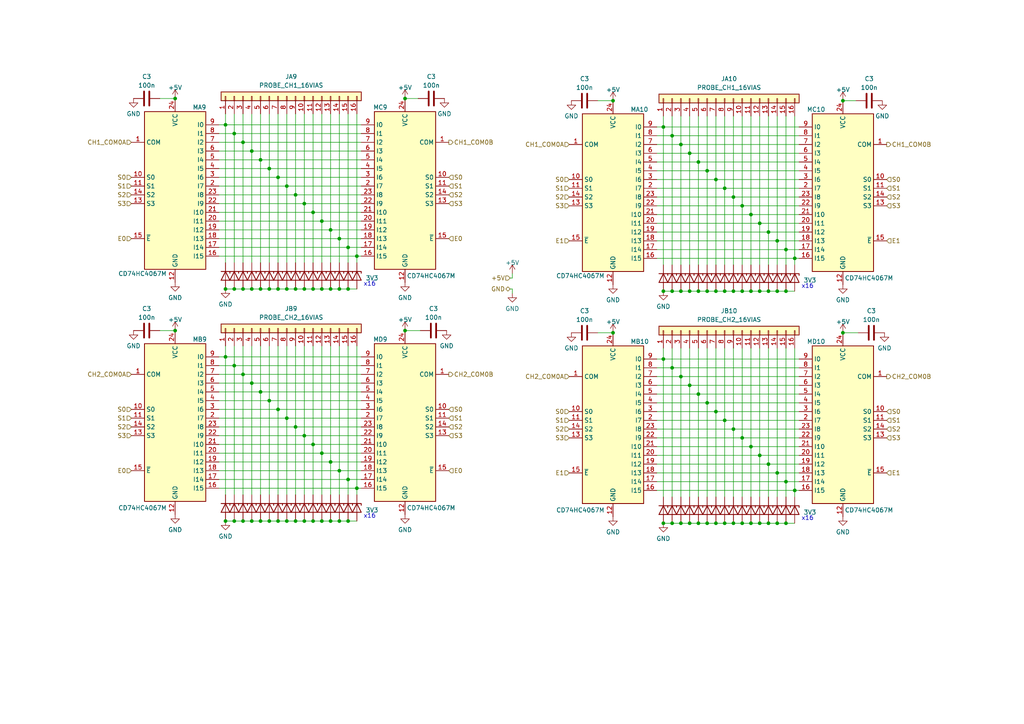
<source format=kicad_sch>
(kicad_sch (version 20230121) (generator eeschema)
  (paper "A4")
  (junction (at 207.645 151.765))
  (junction (at 192.405 151.765))
  (junction (at 78.105 116.205))
  (junction (at 85.725 151.13))
  (junction (at 65.405 83.82))
  (junction (at 83.185 121.285))
  (junction (at 70.485 41.275))
  (junction (at 220.345 64.77))
  (junction (at 207.645 84.455))
  (junction (at 50.8 28.575))
  (junction (at 210.185 54.61))
  (junction (at 67.945 83.82))
  (junction (at 67.945 151.13))
  (junction (at 194.945 151.765))
  (junction (at 207.645 52.07))
  (junction (at 202.565 84.455))
  (junction (at 194.945 106.68))
  (junction (at 200.025 44.45))
  (junction (at 70.485 83.82))
  (junction (at 225.425 151.765))
  (junction (at 73.025 83.82))
  (junction (at 200.025 151.765))
  (junction (at 220.345 132.08))
  (junction (at 75.565 113.665))
  (junction (at 227.965 139.7))
  (junction (at 197.485 151.765))
  (junction (at 244.475 96.52))
  (junction (at 210.185 151.765))
  (junction (at 88.265 126.365))
  (junction (at 88.265 151.13))
  (junction (at 100.965 139.065))
  (junction (at 205.105 84.455))
  (junction (at 93.345 151.13))
  (junction (at 80.645 83.82))
  (junction (at 220.345 151.765))
  (junction (at 95.885 133.985))
  (junction (at 225.425 137.16))
  (junction (at 205.105 116.84))
  (junction (at 200.025 111.76))
  (junction (at 230.505 142.24))
  (junction (at 103.505 141.605))
  (junction (at 88.265 59.055))
  (junction (at 212.725 124.46))
  (junction (at 100.965 83.82))
  (junction (at 75.565 46.355))
  (junction (at 85.725 56.515))
  (junction (at 75.565 151.13))
  (junction (at 70.485 151.13))
  (junction (at 215.265 84.455))
  (junction (at 65.405 151.13))
  (junction (at 73.025 43.815))
  (junction (at 117.475 95.885))
  (junction (at 177.8 29.21))
  (junction (at 98.425 136.525))
  (junction (at 93.345 83.82))
  (junction (at 90.805 128.905))
  (junction (at 217.805 62.23))
  (junction (at 212.725 84.455))
  (junction (at 95.885 66.675))
  (junction (at 207.645 119.38))
  (junction (at 210.185 84.455))
  (junction (at 50.8 95.885))
  (junction (at 78.105 151.13))
  (junction (at 222.885 84.455))
  (junction (at 215.265 151.765))
  (junction (at 225.425 69.85))
  (junction (at 85.725 83.82))
  (junction (at 192.405 84.455))
  (junction (at 90.805 83.82))
  (junction (at 215.265 59.69))
  (junction (at 192.405 104.14))
  (junction (at 90.805 151.13))
  (junction (at 83.185 53.975))
  (junction (at 98.425 151.13))
  (junction (at 78.105 83.82))
  (junction (at 80.645 51.435))
  (junction (at 197.485 84.455))
  (junction (at 217.805 84.455))
  (junction (at 227.965 151.765))
  (junction (at 192.405 36.83))
  (junction (at 222.885 67.31))
  (junction (at 100.965 151.13))
  (junction (at 67.945 106.045))
  (junction (at 70.485 108.585))
  (junction (at 194.945 84.455))
  (junction (at 93.345 131.445))
  (junction (at 85.725 123.825))
  (junction (at 212.725 57.15))
  (junction (at 65.405 36.195))
  (junction (at 202.565 114.3))
  (junction (at 100.965 71.755))
  (junction (at 98.425 69.215))
  (junction (at 225.425 84.455))
  (junction (at 200.025 84.455))
  (junction (at 73.025 111.125))
  (junction (at 205.105 151.765))
  (junction (at 75.565 83.82))
  (junction (at 244.475 29.21))
  (junction (at 215.265 127))
  (junction (at 217.805 129.54))
  (junction (at 230.505 74.93))
  (junction (at 197.485 109.22))
  (junction (at 83.185 83.82))
  (junction (at 227.965 84.455))
  (junction (at 103.505 74.295))
  (junction (at 217.805 151.765))
  (junction (at 95.885 151.13))
  (junction (at 88.265 83.82))
  (junction (at 93.345 64.135))
  (junction (at 117.475 28.575))
  (junction (at 80.645 118.745))
  (junction (at 202.565 46.99))
  (junction (at 83.185 151.13))
  (junction (at 222.885 134.62))
  (junction (at 205.105 49.53))
  (junction (at 90.805 61.595))
  (junction (at 197.485 41.91))
  (junction (at 65.405 103.505))
  (junction (at 95.885 83.82))
  (junction (at 202.565 151.765))
  (junction (at 220.345 84.455))
  (junction (at 80.645 151.13))
  (junction (at 177.8 96.52))
  (junction (at 98.425 83.82))
  (junction (at 212.725 151.765))
  (junction (at 227.965 72.39))
  (junction (at 210.185 121.92))
  (junction (at 78.105 48.895))
  (junction (at 67.945 38.735))
  (junction (at 73.025 151.13))
  (junction (at 194.945 39.37))
  (junction (at 222.885 151.765))
  (wire (pts (xy 210.185 100.965) (xy 210.185 121.92)))
  (wire (pts (xy 244.475 29.21) (xy 248.285 29.21)))
  (wire (pts (xy 227.965 33.655) (xy 227.965 72.39)))
  (wire (pts (xy 85.725 100.33) (xy 85.725 123.825)))
  (wire (pts (xy 197.485 109.22) (xy 190.5 109.22)))
  (wire (pts (xy 215.265 151.765) (xy 217.805 151.765)))
  (wire (pts (xy 225.425 33.655) (xy 225.425 69.85)))
  (wire (pts (xy 85.725 123.825) (xy 85.725 143.51)))
  (wire (pts (xy 231.775 64.77) (xy 220.345 64.77)))
  (wire (pts (xy 104.775 136.525) (xy 98.425 136.525)))
  (wire (pts (xy 88.265 33.02) (xy 88.265 59.055)))
  (wire (pts (xy 207.645 84.455) (xy 210.185 84.455)))
  (wire (pts (xy 85.725 56.515) (xy 63.5 56.515)))
  (wire (pts (xy 90.805 128.905) (xy 63.5 128.905)))
  (wire (pts (xy 202.565 46.99) (xy 202.565 76.835)))
  (wire (pts (xy 231.775 114.3) (xy 202.565 114.3)))
  (wire (pts (xy 78.105 116.205) (xy 63.5 116.205)))
  (wire (pts (xy 88.265 100.33) (xy 88.265 126.365)))
  (wire (pts (xy 202.565 151.765) (xy 205.105 151.765)))
  (wire (pts (xy 70.485 41.275) (xy 70.485 76.2)))
  (wire (pts (xy 231.775 62.23) (xy 217.805 62.23)))
  (wire (pts (xy 104.775 59.055) (xy 88.265 59.055)))
  (wire (pts (xy 190.5 139.7) (xy 227.965 139.7)))
  (wire (pts (xy 210.185 33.655) (xy 210.185 54.61)))
  (wire (pts (xy 104.775 53.975) (xy 83.185 53.975)))
  (wire (pts (xy 75.565 113.665) (xy 63.5 113.665)))
  (wire (pts (xy 104.775 118.745) (xy 80.645 118.745)))
  (wire (pts (xy 231.775 129.54) (xy 217.805 129.54)))
  (wire (pts (xy 231.775 72.39) (xy 227.965 72.39)))
  (wire (pts (xy 207.645 52.07) (xy 207.645 76.835)))
  (wire (pts (xy 65.405 83.82) (xy 67.945 83.82)))
  (wire (pts (xy 100.965 76.2) (xy 100.965 71.755)))
  (wire (pts (xy 104.775 64.135) (xy 93.345 64.135)))
  (wire (pts (xy 192.405 151.765) (xy 194.945 151.765)))
  (wire (pts (xy 88.265 83.82) (xy 90.805 83.82)))
  (wire (pts (xy 225.425 84.455) (xy 227.965 84.455)))
  (wire (pts (xy 231.775 137.16) (xy 225.425 137.16)))
  (wire (pts (xy 220.345 33.655) (xy 220.345 64.77)))
  (wire (pts (xy 215.265 127) (xy 215.265 144.145)))
  (wire (pts (xy 104.775 133.985) (xy 95.885 133.985)))
  (wire (pts (xy 65.405 100.33) (xy 65.405 103.505)))
  (wire (pts (xy 222.885 67.31) (xy 190.5 67.31)))
  (wire (pts (xy 231.775 46.99) (xy 202.565 46.99)))
  (wire (pts (xy 100.965 33.02) (xy 100.965 71.755)))
  (wire (pts (xy 231.775 109.22) (xy 197.485 109.22)))
  (wire (pts (xy 231.775 106.68) (xy 194.945 106.68)))
  (wire (pts (xy 230.505 142.24) (xy 230.505 144.145)))
  (wire (pts (xy 93.345 100.33) (xy 93.345 131.445)))
  (wire (pts (xy 98.425 136.525) (xy 63.5 136.525)))
  (wire (pts (xy 104.775 113.665) (xy 75.565 113.665)))
  (wire (pts (xy 75.565 113.665) (xy 75.565 143.51)))
  (wire (pts (xy 194.945 106.68) (xy 190.5 106.68)))
  (wire (pts (xy 222.885 84.455) (xy 225.425 84.455)))
  (wire (pts (xy 200.025 100.965) (xy 200.025 111.76)))
  (wire (pts (xy 104.775 123.825) (xy 85.725 123.825)))
  (wire (pts (xy 231.775 119.38) (xy 207.645 119.38)))
  (wire (pts (xy 67.945 151.13) (xy 70.485 151.13)))
  (wire (pts (xy 95.885 100.33) (xy 95.885 133.985)))
  (wire (pts (xy 231.775 44.45) (xy 200.025 44.45)))
  (wire (pts (xy 88.265 59.055) (xy 88.265 76.2)))
  (wire (pts (xy 212.725 124.46) (xy 190.5 124.46)))
  (wire (pts (xy 217.805 62.23) (xy 217.805 76.835)))
  (wire (pts (xy 217.805 100.965) (xy 217.805 129.54)))
  (wire (pts (xy 104.775 121.285) (xy 83.185 121.285)))
  (wire (pts (xy 104.775 126.365) (xy 88.265 126.365)))
  (wire (pts (xy 147.955 83.82) (xy 148.59 83.82)))
  (wire (pts (xy 80.645 51.435) (xy 63.5 51.435)))
  (wire (pts (xy 227.965 76.835) (xy 227.965 72.39)))
  (wire (pts (xy 88.265 151.13) (xy 90.805 151.13)))
  (wire (pts (xy 212.725 84.455) (xy 215.265 84.455)))
  (wire (pts (xy 220.345 132.08) (xy 220.345 144.145)))
  (wire (pts (xy 103.505 74.295) (xy 63.5 74.295)))
  (wire (pts (xy 104.775 46.355) (xy 75.565 46.355)))
  (wire (pts (xy 217.805 33.655) (xy 217.805 62.23)))
  (wire (pts (xy 98.425 83.82) (xy 100.965 83.82)))
  (wire (pts (xy 65.405 33.02) (xy 65.405 36.195)))
  (wire (pts (xy 231.775 36.83) (xy 192.405 36.83)))
  (wire (pts (xy 93.345 83.82) (xy 95.885 83.82)))
  (wire (pts (xy 88.265 126.365) (xy 88.265 143.51)))
  (wire (pts (xy 192.405 100.965) (xy 192.405 104.14)))
  (wire (pts (xy 67.945 38.735) (xy 67.945 76.2)))
  (wire (pts (xy 104.775 71.755) (xy 100.965 71.755)))
  (wire (pts (xy 192.405 33.655) (xy 192.405 36.83)))
  (wire (pts (xy 80.645 100.33) (xy 80.645 118.745)))
  (wire (pts (xy 197.485 84.455) (xy 200.025 84.455)))
  (wire (pts (xy 75.565 46.355) (xy 63.5 46.355)))
  (wire (pts (xy 217.805 151.765) (xy 220.345 151.765)))
  (wire (pts (xy 67.945 100.33) (xy 67.945 106.045)))
  (wire (pts (xy 202.565 33.655) (xy 202.565 46.99)))
  (wire (pts (xy 194.945 151.765) (xy 197.485 151.765)))
  (wire (pts (xy 222.885 33.655) (xy 222.885 67.31)))
  (wire (pts (xy 85.725 56.515) (xy 85.725 76.2)))
  (wire (pts (xy 231.775 54.61) (xy 210.185 54.61)))
  (wire (pts (xy 104.775 141.605) (xy 103.505 141.605)))
  (wire (pts (xy 78.105 48.895) (xy 78.105 76.2)))
  (wire (pts (xy 210.185 54.61) (xy 190.5 54.61)))
  (wire (pts (xy 200.025 84.455) (xy 202.565 84.455)))
  (wire (pts (xy 65.405 151.13) (xy 67.945 151.13)))
  (wire (pts (xy 80.645 83.82) (xy 83.185 83.82)))
  (wire (pts (xy 85.725 123.825) (xy 63.5 123.825)))
  (wire (pts (xy 212.725 57.15) (xy 190.5 57.15)))
  (wire (pts (xy 231.775 134.62) (xy 222.885 134.62)))
  (wire (pts (xy 202.565 46.99) (xy 190.5 46.99)))
  (wire (pts (xy 75.565 46.355) (xy 75.565 76.2)))
  (wire (pts (xy 70.485 108.585) (xy 63.5 108.585)))
  (wire (pts (xy 220.345 151.765) (xy 222.885 151.765)))
  (wire (pts (xy 197.485 41.91) (xy 190.5 41.91)))
  (wire (pts (xy 205.105 84.455) (xy 207.645 84.455)))
  (wire (pts (xy 205.105 116.84) (xy 190.5 116.84)))
  (wire (pts (xy 88.265 126.365) (xy 63.5 126.365)))
  (wire (pts (xy 93.345 33.02) (xy 93.345 64.135)))
  (wire (pts (xy 173.355 96.52) (xy 177.8 96.52)))
  (wire (pts (xy 103.505 141.605) (xy 103.505 143.51)))
  (wire (pts (xy 104.775 69.215) (xy 98.425 69.215)))
  (wire (pts (xy 207.645 119.38) (xy 190.5 119.38)))
  (wire (pts (xy 104.775 38.735) (xy 67.945 38.735)))
  (wire (pts (xy 67.945 33.02) (xy 67.945 38.735)))
  (wire (pts (xy 98.425 100.33) (xy 98.425 136.525)))
  (wire (pts (xy 200.025 111.76) (xy 200.025 144.145)))
  (wire (pts (xy 212.725 57.15) (xy 212.725 76.835)))
  (wire (pts (xy 205.105 100.965) (xy 205.105 116.84)))
  (wire (pts (xy 231.775 139.7) (xy 227.965 139.7)))
  (wire (pts (xy 103.505 141.605) (xy 63.5 141.605)))
  (wire (pts (xy 148.59 80.645) (xy 148.59 79.375)))
  (wire (pts (xy 70.485 100.33) (xy 70.485 108.585)))
  (wire (pts (xy 93.345 151.13) (xy 95.885 151.13)))
  (wire (pts (xy 104.775 139.065) (xy 100.965 139.065)))
  (wire (pts (xy 85.725 151.13) (xy 88.265 151.13)))
  (wire (pts (xy 67.945 106.045) (xy 63.5 106.045)))
  (wire (pts (xy 98.425 136.525) (xy 98.425 143.51)))
  (wire (pts (xy 210.185 54.61) (xy 210.185 76.835)))
  (wire (pts (xy 231.775 121.92) (xy 210.185 121.92)))
  (wire (pts (xy 225.425 100.965) (xy 225.425 137.16)))
  (wire (pts (xy 227.965 100.965) (xy 227.965 139.7)))
  (wire (pts (xy 205.105 49.53) (xy 205.105 76.835)))
  (wire (pts (xy 90.805 61.595) (xy 63.5 61.595)))
  (wire (pts (xy 46.355 95.885) (xy 50.8 95.885)))
  (wire (pts (xy 98.425 151.13) (xy 100.965 151.13)))
  (wire (pts (xy 148.59 83.82) (xy 148.59 85.09)))
  (wire (pts (xy 231.775 74.93) (xy 230.505 74.93)))
  (wire (pts (xy 73.025 43.815) (xy 63.5 43.815)))
  (wire (pts (xy 70.485 33.02) (xy 70.485 41.275)))
  (wire (pts (xy 217.805 84.455) (xy 220.345 84.455)))
  (wire (pts (xy 117.475 28.575) (xy 121.285 28.575)))
  (wire (pts (xy 205.105 33.655) (xy 205.105 49.53)))
  (wire (pts (xy 210.185 121.92) (xy 190.5 121.92)))
  (wire (pts (xy 231.775 67.31) (xy 222.885 67.31)))
  (wire (pts (xy 93.345 131.445) (xy 63.5 131.445)))
  (wire (pts (xy 65.405 36.195) (xy 65.405 76.2)))
  (wire (pts (xy 215.265 59.69) (xy 190.5 59.69)))
  (wire (pts (xy 78.105 116.205) (xy 78.105 143.51)))
  (wire (pts (xy 78.105 100.33) (xy 78.105 116.205)))
  (wire (pts (xy 194.945 100.965) (xy 194.945 106.68)))
  (wire (pts (xy 78.105 33.02) (xy 78.105 48.895)))
  (wire (pts (xy 75.565 33.02) (xy 75.565 46.355)))
  (wire (pts (xy 78.105 151.13) (xy 80.645 151.13)))
  (wire (pts (xy 231.775 116.84) (xy 205.105 116.84)))
  (wire (pts (xy 225.425 137.16) (xy 190.5 137.16)))
  (wire (pts (xy 231.775 132.08) (xy 220.345 132.08)))
  (wire (pts (xy 192.405 104.14) (xy 190.5 104.14)))
  (wire (pts (xy 227.965 151.765) (xy 230.505 151.765)))
  (wire (pts (xy 200.025 44.45) (xy 200.025 76.835)))
  (wire (pts (xy 83.185 151.13) (xy 85.725 151.13)))
  (wire (pts (xy 93.345 131.445) (xy 93.345 143.51)))
  (wire (pts (xy 95.885 133.985) (xy 63.5 133.985)))
  (wire (pts (xy 197.485 41.91) (xy 197.485 76.835)))
  (wire (pts (xy 117.475 95.885) (xy 121.92 95.885)))
  (wire (pts (xy 75.565 83.82) (xy 78.105 83.82)))
  (wire (pts (xy 222.885 134.62) (xy 190.5 134.62)))
  (wire (pts (xy 104.775 103.505) (xy 65.405 103.505)))
  (wire (pts (xy 231.775 124.46) (xy 212.725 124.46)))
  (wire (pts (xy 104.775 36.195) (xy 65.405 36.195)))
  (wire (pts (xy 231.775 104.14) (xy 192.405 104.14)))
  (wire (pts (xy 197.485 100.965) (xy 197.485 109.22)))
  (wire (pts (xy 85.725 83.82) (xy 88.265 83.82)))
  (wire (pts (xy 210.185 121.92) (xy 210.185 144.145)))
  (wire (pts (xy 100.965 100.33) (xy 100.965 139.065)))
  (wire (pts (xy 80.645 151.13) (xy 83.185 151.13)))
  (wire (pts (xy 78.105 83.82) (xy 80.645 83.82)))
  (wire (pts (xy 231.775 57.15) (xy 212.725 57.15)))
  (wire (pts (xy 93.345 64.135) (xy 93.345 76.2)))
  (wire (pts (xy 83.185 53.975) (xy 63.5 53.975)))
  (wire (pts (xy 190.5 72.39) (xy 227.965 72.39)))
  (wire (pts (xy 67.945 83.82) (xy 70.485 83.82)))
  (wire (pts (xy 212.725 33.655) (xy 212.725 57.15)))
  (wire (pts (xy 207.645 119.38) (xy 207.645 144.145)))
  (wire (pts (xy 192.405 104.14) (xy 192.405 144.145)))
  (wire (pts (xy 231.775 111.76) (xy 200.025 111.76)))
  (wire (pts (xy 222.885 67.31) (xy 222.885 76.835)))
  (wire (pts (xy 90.805 83.82) (xy 93.345 83.82)))
  (wire (pts (xy 90.805 61.595) (xy 90.805 76.2)))
  (wire (pts (xy 83.185 100.33) (xy 83.185 121.285)))
  (wire (pts (xy 230.505 74.93) (xy 190.5 74.93)))
  (wire (pts (xy 200.025 33.655) (xy 200.025 44.45)))
  (wire (pts (xy 192.405 36.83) (xy 190.5 36.83)))
  (wire (pts (xy 215.265 100.965) (xy 215.265 127)))
  (wire (pts (xy 231.775 49.53) (xy 205.105 49.53)))
  (wire (pts (xy 93.345 64.135) (xy 63.5 64.135)))
  (wire (pts (xy 220.345 84.455) (xy 222.885 84.455)))
  (wire (pts (xy 104.775 131.445) (xy 93.345 131.445)))
  (wire (pts (xy 207.645 52.07) (xy 190.5 52.07)))
  (wire (pts (xy 100.965 151.13) (xy 103.505 151.13)))
  (wire (pts (xy 225.425 151.765) (xy 227.965 151.765)))
  (wire (pts (xy 73.025 43.815) (xy 73.025 76.2)))
  (wire (pts (xy 83.185 121.285) (xy 63.5 121.285)))
  (wire (pts (xy 205.105 151.765) (xy 207.645 151.765)))
  (wire (pts (xy 207.645 100.965) (xy 207.645 119.38)))
  (wire (pts (xy 197.485 109.22) (xy 197.485 144.145)))
  (wire (pts (xy 100.965 143.51) (xy 100.965 139.065)))
  (wire (pts (xy 90.805 100.33) (xy 90.805 128.905)))
  (wire (pts (xy 83.185 33.02) (xy 83.185 53.975)))
  (wire (pts (xy 80.645 51.435) (xy 80.645 76.2)))
  (wire (pts (xy 212.725 100.965) (xy 212.725 124.46)))
  (wire (pts (xy 207.645 33.655) (xy 207.645 52.07)))
  (wire (pts (xy 70.485 108.585) (xy 70.485 143.51)))
  (wire (pts (xy 212.725 151.765) (xy 215.265 151.765)))
  (wire (pts (xy 205.105 116.84) (xy 205.105 144.145)))
  (wire (pts (xy 230.505 142.24) (xy 190.5 142.24)))
  (wire (pts (xy 197.485 33.655) (xy 197.485 41.91)))
  (wire (pts (xy 70.485 83.82) (xy 73.025 83.82)))
  (wire (pts (xy 95.885 66.675) (xy 95.885 76.2)))
  (wire (pts (xy 215.265 127) (xy 190.5 127)))
  (wire (pts (xy 200.025 44.45) (xy 190.5 44.45)))
  (wire (pts (xy 67.945 106.045) (xy 67.945 143.51)))
  (wire (pts (xy 200.025 151.765) (xy 202.565 151.765)))
  (wire (pts (xy 103.505 100.33) (xy 103.505 141.605)))
  (wire (pts (xy 231.775 69.85) (xy 225.425 69.85)))
  (wire (pts (xy 202.565 114.3) (xy 202.565 144.145)))
  (wire (pts (xy 227.965 144.145) (xy 227.965 139.7)))
  (wire (pts (xy 75.565 100.33) (xy 75.565 113.665)))
  (wire (pts (xy 103.505 33.02) (xy 103.505 74.295)))
  (wire (pts (xy 104.775 48.895) (xy 78.105 48.895)))
  (wire (pts (xy 70.485 151.13) (xy 73.025 151.13)))
  (wire (pts (xy 80.645 33.02) (xy 80.645 51.435)))
  (wire (pts (xy 65.405 103.505) (xy 63.5 103.505)))
  (wire (pts (xy 95.885 83.82) (xy 98.425 83.82)))
  (wire (pts (xy 222.885 134.62) (xy 222.885 144.145)))
  (wire (pts (xy 95.885 151.13) (xy 98.425 151.13)))
  (wire (pts (xy 98.425 33.02) (xy 98.425 69.215)))
  (wire (pts (xy 100.965 83.82) (xy 103.505 83.82)))
  (wire (pts (xy 63.5 139.065) (xy 100.965 139.065)))
  (wire (pts (xy 73.025 83.82) (xy 75.565 83.82)))
  (wire (pts (xy 73.025 111.125) (xy 73.025 143.51)))
  (wire (pts (xy 222.885 100.965) (xy 222.885 134.62)))
  (wire (pts (xy 104.775 116.205) (xy 78.105 116.205)))
  (wire (pts (xy 217.805 62.23) (xy 190.5 62.23)))
  (wire (pts (xy 73.025 151.13) (xy 75.565 151.13)))
  (wire (pts (xy 197.485 151.765) (xy 200.025 151.765)))
  (wire (pts (xy 65.405 103.505) (xy 65.405 143.51)))
  (wire (pts (xy 202.565 114.3) (xy 190.5 114.3)))
  (wire (pts (xy 192.405 36.83) (xy 192.405 76.835)))
  (wire (pts (xy 147.955 80.645) (xy 148.59 80.645)))
  (wire (pts (xy 104.775 111.125) (xy 73.025 111.125)))
  (wire (pts (xy 215.265 84.455) (xy 217.805 84.455)))
  (wire (pts (xy 220.345 100.965) (xy 220.345 132.08)))
  (wire (pts (xy 212.725 124.46) (xy 212.725 144.145)))
  (wire (pts (xy 104.775 51.435) (xy 80.645 51.435)))
  (wire (pts (xy 80.645 118.745) (xy 63.5 118.745)))
  (wire (pts (xy 210.185 151.765) (xy 212.725 151.765)))
  (wire (pts (xy 90.805 33.02) (xy 90.805 61.595)))
  (wire (pts (xy 104.775 106.045) (xy 67.945 106.045)))
  (wire (pts (xy 46.355 28.575) (xy 50.8 28.575)))
  (wire (pts (xy 230.505 74.93) (xy 230.505 76.835)))
  (wire (pts (xy 225.425 69.85) (xy 225.425 76.835)))
  (wire (pts (xy 217.805 129.54) (xy 217.805 144.145)))
  (wire (pts (xy 95.885 33.02) (xy 95.885 66.675)))
  (wire (pts (xy 220.345 64.77) (xy 190.5 64.77)))
  (wire (pts (xy 73.025 111.125) (xy 63.5 111.125)))
  (wire (pts (xy 205.105 49.53) (xy 190.5 49.53)))
  (wire (pts (xy 210.185 84.455) (xy 212.725 84.455)))
  (wire (pts (xy 104.775 61.595) (xy 90.805 61.595)))
  (wire (pts (xy 90.805 128.905) (xy 90.805 143.51)))
  (wire (pts (xy 202.565 100.965) (xy 202.565 114.3)))
  (wire (pts (xy 225.425 69.85) (xy 190.5 69.85)))
  (wire (pts (xy 83.185 83.82) (xy 85.725 83.82)))
  (wire (pts (xy 215.265 59.69) (xy 215.265 76.835)))
  (wire (pts (xy 104.775 43.815) (xy 73.025 43.815)))
  (wire (pts (xy 104.775 74.295) (xy 103.505 74.295)))
  (wire (pts (xy 83.185 53.975) (xy 83.185 76.2)))
  (wire (pts (xy 67.945 38.735) (xy 63.5 38.735)))
  (wire (pts (xy 98.425 69.215) (xy 63.5 69.215)))
  (wire (pts (xy 230.505 33.655) (xy 230.505 74.93)))
  (wire (pts (xy 231.775 59.69) (xy 215.265 59.69)))
  (wire (pts (xy 215.265 33.655) (xy 215.265 59.69)))
  (wire (pts (xy 231.775 39.37) (xy 194.945 39.37)))
  (wire (pts (xy 95.885 133.985) (xy 95.885 143.51)))
  (wire (pts (xy 222.885 151.765) (xy 225.425 151.765)))
  (wire (pts (xy 220.345 132.08) (xy 190.5 132.08)))
  (wire (pts (xy 231.775 127) (xy 215.265 127)))
  (wire (pts (xy 194.945 106.68) (xy 194.945 144.145)))
  (wire (pts (xy 194.945 33.655) (xy 194.945 39.37)))
  (wire (pts (xy 65.405 36.195) (xy 63.5 36.195)))
  (wire (pts (xy 70.485 41.275) (xy 63.5 41.275)))
  (wire (pts (xy 95.885 66.675) (xy 63.5 66.675)))
  (wire (pts (xy 98.425 69.215) (xy 98.425 76.2)))
  (wire (pts (xy 104.775 41.275) (xy 70.485 41.275)))
  (wire (pts (xy 200.025 111.76) (xy 190.5 111.76)))
  (wire (pts (xy 202.565 84.455) (xy 205.105 84.455)))
  (wire (pts (xy 63.5 71.755) (xy 100.965 71.755)))
  (wire (pts (xy 104.775 66.675) (xy 95.885 66.675)))
  (wire (pts (xy 220.345 64.77) (xy 220.345 76.835)))
  (wire (pts (xy 90.805 151.13) (xy 93.345 151.13)))
  (wire (pts (xy 88.265 59.055) (xy 63.5 59.055)))
  (wire (pts (xy 207.645 151.765) (xy 210.185 151.765)))
  (wire (pts (xy 73.025 100.33) (xy 73.025 111.125)))
  (wire (pts (xy 230.505 100.965) (xy 230.505 142.24)))
  (wire (pts (xy 85.725 33.02) (xy 85.725 56.515)))
  (wire (pts (xy 192.405 84.455) (xy 194.945 84.455)))
  (wire (pts (xy 231.775 52.07) (xy 207.645 52.07)))
  (wire (pts (xy 231.775 142.24) (xy 230.505 142.24)))
  (wire (pts (xy 231.775 41.91) (xy 197.485 41.91)))
  (wire (pts (xy 75.565 151.13) (xy 78.105 151.13)))
  (wire (pts (xy 80.645 118.745) (xy 80.645 143.51)))
  (wire (pts (xy 104.775 108.585) (xy 70.485 108.585)))
  (wire (pts (xy 103.505 74.295) (xy 103.505 76.2)))
  (wire (pts (xy 225.425 137.16) (xy 225.425 144.145)))
  (wire (pts (xy 194.945 39.37) (xy 194.945 76.835)))
  (wire (pts (xy 78.105 48.895) (xy 63.5 48.895)))
  (wire (pts (xy 173.355 29.21) (xy 177.8 29.21)))
  (wire (pts (xy 104.775 56.515) (xy 85.725 56.515)))
  (wire (pts (xy 244.475 96.52) (xy 248.92 96.52)))
  (wire (pts (xy 217.805 129.54) (xy 190.5 129.54)))
  (wire (pts (xy 194.945 84.455) (xy 197.485 84.455)))
  (wire (pts (xy 104.775 128.905) (xy 90.805 128.905)))
  (wire (pts (xy 83.185 121.285) (xy 83.185 143.51)))
  (wire (pts (xy 194.945 39.37) (xy 190.5 39.37)))
  (wire (pts (xy 73.025 33.02) (xy 73.025 43.815)))
  (wire (pts (xy 227.965 84.455) (xy 230.505 84.455)))
  (text "x16" (at 105.41 150.495 0) (effects (font (size 1.27 1.27)) (justify left bottom)))
  (text "x16" (at 232.41 83.82 0) (effects (font (size 1.27 1.27)) (justify left bottom)))
  (text "x16" (at 232.41 151.13 0) (effects (font (size 1.27 1.27)) (justify left bottom)))
  (text "x16" (at 105.41 83.185 0) (effects (font (size 1.27 1.27)) (justify left bottom)))
  (hierarchical_label "S0" (shape input) (at 165.1 119.38 180))
  (hierarchical_label "S1" (shape input) (at 257.175 121.92 0))
  (hierarchical_label "CH1_COM0A" (shape input) (at 165.1 41.91 180))
  (hierarchical_label "S3" (shape input) (at 165.1 59.69 180))
  (hierarchical_label "S2" (shape input) (at 130.175 123.825 0))
  (hierarchical_label "S2" (shape input) (at 130.175 56.515 0))
  (hierarchical_label "CH1_COM0A" (shape input) (at 38.1 41.275 180))
  (hierarchical_label "S3" (shape input) (at 38.1 126.365 180))
  (hierarchical_label "S0" (shape input) (at 38.1 118.745 180))
  (hierarchical_label "E0" (shape input) (at 38.1 136.525 180))
  (hierarchical_label "E0" (shape input) (at 130.175 69.215 0))
  (hierarchical_label "S3" (shape input) (at 165.1 127 180))
  (hierarchical_label "E0" (shape input) (at 38.1 69.215 180))
  (hierarchical_label "CH2_COM0A" (shape input) (at 38.1 108.585 180))
  (hierarchical_label "S1" (shape input) (at 165.1 54.61 180))
  (hierarchical_label "S0" (shape input) (at 257.175 52.07 0))
  (hierarchical_label "S1" (shape input) (at 38.1 53.975 180))
  (hierarchical_label "S2" (shape input) (at 38.1 56.515 180))
  (hierarchical_label "S0" (shape input) (at 38.1 51.435 180))
  (hierarchical_label "+5V" (shape input) (at 147.955 80.645 180))
  (hierarchical_label "S1" (shape input) (at 130.175 121.285 0))
  (hierarchical_label "S3" (shape input) (at 257.175 127 0))
  (hierarchical_label "E1" (shape input) (at 257.175 137.16 0))
  (hierarchical_label "S2" (shape input) (at 165.1 124.46 180))
  (hierarchical_label "S1" (shape input) (at 38.1 121.285 180))
  (hierarchical_label "E1" (shape input) (at 165.1 137.16 180))
  (hierarchical_label "GND" (shape bidirectional) (at 147.955 83.82 180))
  (hierarchical_label "E1" (shape input) (at 257.175 69.85 0))
  (hierarchical_label "E1" (shape input) (at 165.1 69.85 180))
  (hierarchical_label "S2" (shape input) (at 257.175 124.46 0))
  (hierarchical_label "S2" (shape input) (at 257.175 57.15 0))
  (hierarchical_label "S1" (shape input) (at 130.175 53.975 0))
  (hierarchical_label "S3" (shape input) (at 38.1 59.055 180))
  (hierarchical_label "S3" (shape input) (at 130.175 126.365 0))
  (hierarchical_label "CH2_COM0B" (shape output) (at 130.175 108.585 0))
  (hierarchical_label "S2" (shape input) (at 165.1 57.15 180))
  (hierarchical_label "CH2_COM0B" (shape output) (at 257.175 109.22 0))
  (hierarchical_label "S0" (shape input) (at 257.175 119.38 0))
  (hierarchical_label "S0" (shape input) (at 165.1 52.07 180))
  (hierarchical_label "S2" (shape input) (at 38.1 123.825 180))
  (hierarchical_label "E0" (shape input) (at 130.175 136.525 0))
  (hierarchical_label "S3" (shape input) (at 257.175 59.69 0))
  (hierarchical_label "S0" (shape input) (at 130.175 118.745 0))
  (hierarchical_label "S1" (shape input) (at 257.175 54.61 0))
  (hierarchical_label "S0" (shape input) (at 130.175 51.435 0))
  (hierarchical_label "CH2_COM0A" (shape input) (at 165.1 109.22 180))
  (hierarchical_label "S3" (shape input) (at 130.175 59.055 0))
  (hierarchical_label "S1" (shape input) (at 165.1 121.92 180))
  (hierarchical_label "CH1_COM0B" (shape output) (at 130.175 41.275 0))
  (hierarchical_label "CH1_COM0B" (shape output) (at 257.175 41.91 0))
  (symbol (lib_id "Device:D_Zener") (at 70.485 147.32 270) (unit 1)
    (property "Reference" "D265" (effects hide))
    (property "Value" "3V3" (effects hide))
    (property "Footprint" "Diode_SMD:D_SOD-323_HandSoldering" (effects hide))
    (instances (project "ESP32_Curve_Tracer" (path "" (reference "D265") (unit 1)) (path "" (reference "D201") (unit 1)) (path "" (reference "D137") (unit 1)) (path "" (reference "D73") (unit 1)) (path "" (reference "D2") (unit 1)) (path "" (reference "D20") (unit 1))))
  )
  (symbol (lib_id "Device:D_Zener") (at 202.565 147.955 270) (unit 1)
    (property "Reference" "D301" (effects hide))
    (property "Value" "3V3" (effects hide))
    (property "Footprint" "Diode_SMD:D_SOD-323_HandSoldering" (effects hide))
    (instances (project "ESP32_Curve_Tracer" (path "" (reference "D301") (unit 1)) (path "" (reference "D237") (unit 1)) (path "" (reference "D173") (unit 1)) (path "" (reference "D109") (unit 1)) (path "" (reference "D2") (unit 1)) (path "" (reference "D45") (unit 1))))
  )
  (symbol (lib_id "power:+5V") (at 117.475 95.885 0) (unit 1)
    (property "Reference" "#PWR0171" (effects hide))
    (property "Value" "+5V" (at 117.475 92.71 0))
    (instances (project "ESP32_Curve_Tracer" (path "" (reference "#PWR0171") (unit 1)) (path "" (reference "#PWR0141") (unit 1)) (path "" (reference "#PWR0111") (unit 1)) (path "" (reference "#PWR077") (unit 1)) (path "" (reference "#PWR036") (unit 1)) (path "" (reference "#PWR036") (unit 1))))
  )
  (symbol (lib_id "Device:D_Zener") (at 80.645 80.01 270) (unit 1)
    (property "Reference" "D272" (effects hide))
    (property "Value" "3V3" (effects hide))
    (property "Footprint" "Diode_SMD:D_SOD-323_HandSoldering" (effects hide))
    (instances (project "ESP32_Curve_Tracer" (path "" (reference "D272") (unit 1)) (path "" (reference "D208") (unit 1)) (path "" (reference "D144") (unit 1)) (path "" (reference "D80") (unit 1)) (path "" (reference "D2") (unit 1)) (path "" (reference "D8") (unit 1))))
  )
  (symbol (lib_id "74xx:CD74HC4067M") (at 117.475 53.975 0) (mirror y) (unit 1)
    (property "Reference" "MC9" (at 112.395 31.115 0) (effects (justify left)))
    (property "Value" "CD74HC4067M" (at 132.08 80.01 0) (effects (justify left)))
    (property "Footprint" "Package_SO:TSSOP-28_4.4x9.7mm_P0.65mm" (effects hide))
    (property "Datasheet" "http://www.ti.com/lit/ds/symlink/cd74hc4067.pdf" (effects hide))
    (instances (project "ESP32_Curve_Tracer" (path "" (reference "MC9") (unit 1)) (path "" (reference "MC7") (unit 1)) (path "" (reference "MC5") (unit 1)) (path "" (reference "MC3") (unit 1)) (path "" (reference "MC1") (unit 1)) (path "" (reference "MC1") (unit 1))))
  )
  (symbol (lib_id "power:+5V") (at 244.475 96.52 0) (unit 1)
    (property "Reference" "#PWR0187" (effects hide))
    (property "Value" "+5V" (at 244.475 93.345 0))
    (instances (project "ESP32_Curve_Tracer" (path "" (reference "#PWR0187") (unit 1)) (path "" (reference "#PWR0157") (unit 1)) (path "" (reference "#PWR0127") (unit 1)) (path "" (reference "#PWR093") (unit 1)) (path "" (reference "#PWR036") (unit 1)) (path "" (reference "#PWR058") (unit 1))))
  )
  (symbol (lib_id "Device:C") (at 169.545 96.52 270) (mirror x) (unit 1)
    (property "Reference" "C3" (at 169.545 90.17 90))
    (property "Value" "100n" (at 169.545 92.71 90))
    (property "Footprint" "Capacitor_SMD:C_0805_2012Metric_Pad1.18x1.45mm_HandSolder" (effects hide))
    (instances (project "ESP32_Curve_Tracer" (path "" (reference "C3") (unit 1)) (path "" (reference "C15") (unit 1)) (path "" (reference "C23") (unit 1)) (path "" (reference "C31") (unit 1)) (path "" (reference "C39") (unit 1)) (path "" (reference "C47") (unit 1))))
  )
  (symbol (lib_id "Device:D_Zener") (at 85.725 147.32 270) (unit 1)
    (property "Reference" "D277" (effects hide))
    (property "Value" "3V3" (effects hide))
    (property "Footprint" "Diode_SMD:D_SOD-323_HandSoldering" (effects hide))
    (instances (project "ESP32_Curve_Tracer" (path "" (reference "D277") (unit 1)) (path "" (reference "D213") (unit 1)) (path "" (reference "D149") (unit 1)) (path "" (reference "D85") (unit 1)) (path "" (reference "D2") (unit 1)) (path "" (reference "D26") (unit 1))))
  )
  (symbol (lib_id "74xx:CD74HC4067M") (at 50.8 121.285 0) (unit 1)
    (property "Reference" "MB9" (at 55.88 98.425 0) (effects (justify left)))
    (property "Value" "CD74HC4067M" (at 34.29 147.32 0) (effects (justify left)))
    (property "Footprint" "Package_SO:TSSOP-28_4.4x9.7mm_P0.65mm" (effects hide))
    (property "Datasheet" "http://www.ti.com/lit/ds/symlink/cd74hc4067.pdf" (effects hide))
    (instances (project "ESP32_Curve_Tracer" (path "" (reference "MB9") (unit 1)) (path "" (reference "MB7") (unit 1)) (path "" (reference "MB5") (unit 1)) (path "" (reference "MB3") (unit 1)) (path "" (reference "MB1") (unit 1)) (path "" (reference "MB1") (unit 1))))
  )
  (symbol (lib_id "Device:D_Zener") (at 230.505 80.645 270) (unit 1)
    (property "Reference" "D322" (effects hide))
    (property "Value" "3V3" (at 233.045 81.28 90) (effects (justify left)))
    (property "Footprint" "Diode_SMD:D_SOD-323_HandSoldering" (effects hide))
    (instances (project "ESP32_Curve_Tracer" (path "" (reference "D322") (unit 1)) (path "" (reference "D258") (unit 1)) (path "" (reference "D194") (unit 1)) (path "" (reference "D130") (unit 1)) (path "" (reference "D2") (unit 1)) (path "" (reference "D66") (unit 1))))
  )
  (symbol (lib_id "Device:D_Zener") (at 90.805 147.32 270) (unit 1)
    (property "Reference" "D281" (effects hide))
    (property "Value" "3V3" (effects hide))
    (property "Footprint" "Diode_SMD:D_SOD-323_HandSoldering" (effects hide))
    (instances (project "ESP32_Curve_Tracer" (path "" (reference "D281") (unit 1)) (path "" (reference "D217") (unit 1)) (path "" (reference "D153") (unit 1)) (path "" (reference "D89") (unit 1)) (path "" (reference "D2") (unit 1)) (path "" (reference "D28") (unit 1))))
  )
  (symbol (lib_id "Device:D_Zener") (at 215.265 147.955 270) (unit 1)
    (property "Reference" "D311" (effects hide))
    (property "Value" "3V3" (effects hide))
    (property "Footprint" "Diode_SMD:D_SOD-323_HandSoldering" (effects hide))
    (instances (project "ESP32_Curve_Tracer" (path "" (reference "D311") (unit 1)) (path "" (reference "D247") (unit 1)) (path "" (reference "D183") (unit 1)) (path "" (reference "D119") (unit 1)) (path "" (reference "D2") (unit 1)) (path "" (reference "D55") (unit 1))))
  )
  (symbol (lib_id "Device:D_Zener") (at 67.945 147.32 270) (unit 1)
    (property "Reference" "D263" (effects hide))
    (property "Value" "3V3" (effects hide))
    (property "Footprint" "Diode_SMD:D_SOD-323_HandSoldering" (effects hide))
    (instances (project "ESP32_Curve_Tracer" (path "" (reference "D263") (unit 1)) (path "" (reference "D199") (unit 1)) (path "" (reference "D135") (unit 1)) (path "" (reference "D71") (unit 1)) (path "" (reference "D2") (unit 1)) (path "" (reference "D19") (unit 1))))
  )
  (symbol (lib_id "power:GND") (at 177.8 82.55 0) (unit 1)
    (property "Reference" "#PWR0180" (effects hide))
    (property "Value" "GND" (at 177.8 86.995 0))
    (instances (project "ESP32_Curve_Tracer" (path "" (reference "#PWR0180") (unit 1)) (path "" (reference "#PWR0150") (unit 1)) (path "" (reference "#PWR0120") (unit 1)) (path "" (reference "#PWR086") (unit 1)) (path "" (reference "#PWR013") (unit 1)) (path "" (reference "#PWR043") (unit 1))))
  )
  (symbol (lib_id "power:+5V") (at 177.8 29.21 0) (unit 1)
    (property "Reference" "#PWR0179" (effects hide))
    (property "Value" "+5V" (at 177.8 26.035 0))
    (instances (project "ESP32_Curve_Tracer" (path "" (reference "#PWR0179") (unit 1)) (path "" (reference "#PWR0149") (unit 1)) (path "" (reference "#PWR0119") (unit 1)) (path "" (reference "#PWR085") (unit 1)) (path "" (reference "#PWR012") (unit 1)) (path "" (reference "#PWR042") (unit 1))))
  )
  (symbol (lib_id "power:GND") (at 165.735 29.21 0) (mirror y) (unit 1)
    (property "Reference" "#PWR09" (effects hide))
    (property "Value" "GND" (at 165.735 33.655 0))
    (instances (project "ESP32_Curve_Tracer" (path "" (reference "#PWR09") (unit 1)) (path "" (reference "#PWR040") (unit 1)) (path "" (reference "#PWR083") (unit 1)) (path "" (reference "#PWR0117") (unit 1)) (path "" (reference "#PWR0147") (unit 1)) (path "" (reference "#PWR0177") (unit 1))))
  )
  (symbol (lib_id "Device:C") (at 125.73 95.885 90) (unit 1)
    (property "Reference" "C3" (at 125.73 89.535 90))
    (property "Value" "100n" (at 125.73 92.075 90))
    (property "Footprint" "Capacitor_SMD:C_0805_2012Metric_Pad1.18x1.45mm_HandSolder" (effects hide))
    (instances (project "ESP32_Curve_Tracer" (path "" (reference "C3") (unit 1)) (path "" (reference "C13") (unit 1)) (path "" (reference "C21") (unit 1)) (path "" (reference "C29") (unit 1)) (path "" (reference "C37") (unit 1)) (path "" (reference "C45") (unit 1))))
  )
  (symbol (lib_id "Device:D_Zener") (at 85.725 80.01 270) (unit 1)
    (property "Reference" "D276" (effects hide))
    (property "Value" "3V3" (effects hide))
    (property "Footprint" "Diode_SMD:D_SOD-323_HandSoldering" (effects hide))
    (instances (project "ESP32_Curve_Tracer" (path "" (reference "D276") (unit 1)) (path "" (reference "D212") (unit 1)) (path "" (reference "D148") (unit 1)) (path "" (reference "D84") (unit 1)) (path "" (reference "D2") (unit 1)) (path "" (reference "D10") (unit 1))))
  )
  (symbol (lib_id "Connector_Generic:Conn_01x16") (at 83.185 95.25 90) (unit 1)
    (property "Reference" "JB9" (at 84.455 89.535 90))
    (property "Value" "PROBE_CH2_16VIAS" (at 84.455 92.075 90))
    (property "Footprint" "Connector_PinHeader_2.54mm:PinHeader_1x16_P2.54mm_Vertical" (effects hide))
    (instances (project "ESP32_Curve_Tracer" (path "" (reference "JB9") (unit 1)) (path "" (reference "JB7") (unit 1)) (path "" (reference "JB5") (unit 1)) (path "" (reference "JB3") (unit 1)) (path "" (reference "JB1") (unit 1)) (path "" (reference "JB1") (unit 1))))
  )
  (symbol (lib_id "Device:D_Zener") (at 197.485 80.645 270) (unit 1)
    (property "Reference" "D296" (effects hide))
    (property "Value" "3V3" (effects hide))
    (property "Footprint" "Diode_SMD:D_SOD-323_HandSoldering" (effects hide))
    (instances (project "ESP32_Curve_Tracer" (path "" (reference "D296") (unit 1)) (path "" (reference "D232") (unit 1)) (path "" (reference "D168") (unit 1)) (path "" (reference "D104") (unit 1)) (path "" (reference "D2") (unit 1)) (path "" (reference "D40") (unit 1))))
  )
  (symbol (lib_id "Device:D_Zener") (at 220.345 80.645 270) (unit 1)
    (property "Reference" "D314" (effects hide))
    (property "Value" "3V3" (effects hide))
    (property "Footprint" "Diode_SMD:D_SOD-323_HandSoldering" (effects hide))
    (instances (project "ESP32_Curve_Tracer" (path "" (reference "D314") (unit 1)) (path "" (reference "D250") (unit 1)) (path "" (reference "D186") (unit 1)) (path "" (reference "D122") (unit 1)) (path "" (reference "D2") (unit 1)) (path "" (reference "D58") (unit 1))))
  )
  (symbol (lib_id "Device:D_Zener") (at 83.185 80.01 270) (unit 1)
    (property "Reference" "D274" (effects hide))
    (property "Value" "3V3" (effects hide))
    (property "Footprint" "Diode_SMD:D_SOD-323_HandSoldering" (effects hide))
    (instances (project "ESP32_Curve_Tracer" (path "" (reference "D274") (unit 1)) (path "" (reference "D210") (unit 1)) (path "" (reference "D146") (unit 1)) (path "" (reference "D82") (unit 1)) (path "" (reference "D2") (unit 1)) (path "" (reference "D9") (unit 1))))
  )
  (symbol (lib_id "Device:D_Zener") (at 90.805 80.01 270) (unit 1)
    (property "Reference" "D280" (effects hide))
    (property "Value" "3V3" (effects hide))
    (property "Footprint" "Diode_SMD:D_SOD-323_HandSoldering" (effects hide))
    (instances (project "ESP32_Curve_Tracer" (path "" (reference "D280") (unit 1)) (path "" (reference "D216") (unit 1)) (path "" (reference "D152") (unit 1)) (path "" (reference "D88") (unit 1)) (path "" (reference "D2") (unit 1)) (path "" (reference "D12") (unit 1))))
  )
  (symbol (lib_id "Device:D_Zener") (at 207.645 80.645 270) (unit 1)
    (property "Reference" "D304" (effects hide))
    (property "Value" "3V3" (effects hide))
    (property "Footprint" "Diode_SMD:D_SOD-323_HandSoldering" (effects hide))
    (instances (project "ESP32_Curve_Tracer" (path "" (reference "D304") (unit 1)) (path "" (reference "D240") (unit 1)) (path "" (reference "D176") (unit 1)) (path "" (reference "D112") (unit 1)) (path "" (reference "D2") (unit 1)) (path "" (reference "D48") (unit 1))))
  )
  (symbol (lib_id "Connector_Generic:Conn_01x16") (at 210.185 28.575 90) (unit 1)
    (property "Reference" "JA10" (at 211.455 22.86 90))
    (property "Value" "PROBE_CH1_16VIAS" (at 211.455 25.4 90))
    (property "Footprint" "Connector_PinHeader_2.54mm:PinHeader_1x16_P2.54mm_Vertical" (effects hide))
    (instances (project "ESP32_Curve_Tracer" (path "" (reference "JA10") (unit 1)) (path "" (reference "JA8") (unit 1)) (path "" (reference "JA6") (unit 1)) (path "" (reference "JA4") (unit 1)) (path "" (reference "JA1") (unit 1)) (path "" (reference "JA2") (unit 1))))
  )
  (symbol (lib_id "Device:D_Zener") (at 65.405 80.01 270) (unit 1)
    (property "Reference" "D260" (effects hide))
    (property "Value" "3V3" (effects hide))
    (property "Footprint" "Diode_SMD:D_SOD-323_HandSoldering" (effects hide))
    (instances (project "ESP32_Curve_Tracer" (path "" (reference "D260") (unit 1)) (path "" (reference "D196") (unit 1)) (path "" (reference "D132") (unit 1)) (path "" (reference "D68") (unit 1)) (path "" (reference "D2") (unit 1)) (path "" (reference "D2") (unit 1))))
  )
  (symbol (lib_id "Device:D_Zener") (at 230.505 147.955 270) (unit 1)
    (property "Reference" "D323" (effects hide))
    (property "Value" "3V3" (at 233.045 148.59 90) (effects (justify left)))
    (property "Footprint" "Diode_SMD:D_SOD-323_HandSoldering" (effects hide))
    (instances (project "ESP32_Curve_Tracer" (path "" (reference "D323") (unit 1)) (path "" (reference "D259") (unit 1)) (path "" (reference "D195") (unit 1)) (path "" (reference "D131") (unit 1)) (path "" (reference "D2") (unit 1)) (path "" (reference "D67") (unit 1))))
  )
  (symbol (lib_id "Device:D_Zener") (at 222.885 147.955 270) (unit 1)
    (property "Reference" "D317" (effects hide))
    (property "Value" "3V3" (effects hide))
    (property "Footprint" "Diode_SMD:D_SOD-323_HandSoldering" (effects hide))
    (instances (project "ESP32_Curve_Tracer" (path "" (reference "D317") (unit 1)) (path "" (reference "D253") (unit 1)) (path "" (reference "D189") (unit 1)) (path "" (reference "D125") (unit 1)) (path "" (reference "D2") (unit 1)) (path "" (reference "D61") (unit 1))))
  )
  (symbol (lib_id "Device:D_Zener") (at 83.185 147.32 270) (unit 1)
    (property "Reference" "D275" (effects hide))
    (property "Value" "3V3" (effects hide))
    (property "Footprint" "Diode_SMD:D_SOD-323_HandSoldering" (effects hide))
    (instances (project "ESP32_Curve_Tracer" (path "" (reference "D275") (unit 1)) (path "" (reference "D211") (unit 1)) (path "" (reference "D147") (unit 1)) (path "" (reference "D83") (unit 1)) (path "" (reference "D2") (unit 1)) (path "" (reference "D25") (unit 1))))
  )
  (symbol (lib_id "power:GND") (at 65.405 83.82 0) (unit 1)
    (property "Reference" "#PWR0167" (effects hide))
    (property "Value" "GND" (at 65.405 88.265 0))
    (instances (project "ESP32_Curve_Tracer" (path "" (reference "#PWR0167") (unit 1)) (path "" (reference "#PWR0137") (unit 1)) (path "" (reference "#PWR0103") (unit 1)) (path "" (reference "#PWR073") (unit 1)) (path "" (reference "#PWR016") (unit 1)) (path "" (reference "#PWR016") (unit 1))))
  )
  (symbol (lib_id "Device:D_Zener") (at 95.885 80.01 270) (unit 1)
    (property "Reference" "D284" (effects hide))
    (property "Value" "3V3" (effects hide))
    (property "Footprint" "Diode_SMD:D_SOD-323_HandSoldering" (effects hide))
    (instances (project "ESP32_Curve_Tracer" (path "" (reference "D284") (unit 1)) (path "" (reference "D220") (unit 1)) (path "" (reference "D156") (unit 1)) (path "" (reference "D92") (unit 1)) (path "" (reference "D2") (unit 1)) (path "" (reference "D14") (unit 1))))
  )
  (symbol (lib_id "Device:D_Zener") (at 78.105 147.32 270) (unit 1)
    (property "Reference" "D271" (effects hide))
    (property "Value" "3V3" (effects hide))
    (property "Footprint" "Diode_SMD:D_SOD-323_HandSoldering" (effects hide))
    (instances (project "ESP32_Curve_Tracer" (path "" (reference "D271") (unit 1)) (path "" (reference "D207") (unit 1)) (path "" (reference "D143") (unit 1)) (path "" (reference "D79") (unit 1)) (path "" (reference "D2") (unit 1)) (path "" (reference "D23") (unit 1))))
  )
  (symbol (lib_id "power:GND") (at 65.405 151.13 0) (unit 1)
    (property "Reference" "#PWR0168" (effects hide))
    (property "Value" "GND" (at 65.405 155.575 0))
    (instances (project "ESP32_Curve_Tracer" (path "" (reference "#PWR0168") (unit 1)) (path "" (reference "#PWR0138") (unit 1)) (path "" (reference "#PWR0104") (unit 1)) (path "" (reference "#PWR074") (unit 1)) (path "" (reference "#PWR017") (unit 1)) (path "" (reference "#PWR017") (unit 1))))
  )
  (symbol (lib_id "Device:C") (at 252.73 96.52 90) (unit 1)
    (property "Reference" "C3" (at 252.73 90.17 90))
    (property "Value" "100n" (at 252.73 92.71 90))
    (property "Footprint" "Capacitor_SMD:C_0805_2012Metric_Pad1.18x1.45mm_HandSolder" (effects hide))
    (instances (project "ESP32_Curve_Tracer" (path "" (reference "C3") (unit 1)) (path "" (reference "C17") (unit 1)) (path "" (reference "C25") (unit 1)) (path "" (reference "C33") (unit 1)) (path "" (reference "C41") (unit 1)) (path "" (reference "C49") (unit 1))))
  )
  (symbol (lib_id "power:GND") (at 50.8 149.225 0) (unit 1)
    (property "Reference" "#PWR0166" (effects hide))
    (property "Value" "GND" (at 50.8 153.67 0))
    (instances (project "ESP32_Curve_Tracer" (path "" (reference "#PWR0166") (unit 1)) (path "" (reference "#PWR0136") (unit 1)) (path "" (reference "#PWR0102") (unit 1)) (path "" (reference "#PWR072") (unit 1)) (path "" (reference "#PWR015") (unit 1)) (path "" (reference "#PWR015") (unit 1))))
  )
  (symbol (lib_id "Device:D_Zener") (at 205.105 147.955 270) (unit 1)
    (property "Reference" "D303" (effects hide))
    (property "Value" "3V3" (effects hide))
    (property "Footprint" "Diode_SMD:D_SOD-323_HandSoldering" (effects hide))
    (instances (project "ESP32_Curve_Tracer" (path "" (reference "D303") (unit 1)) (path "" (reference "D239") (unit 1)) (path "" (reference "D175") (unit 1)) (path "" (reference "D111") (unit 1)) (path "" (reference "D2") (unit 1)) (path "" (reference "D47") (unit 1))))
  )
  (symbol (lib_id "Device:D_Zener") (at 212.725 80.645 270) (unit 1)
    (property "Reference" "D308" (effects hide))
    (property "Value" "3V3" (effects hide))
    (property "Footprint" "Diode_SMD:D_SOD-323_HandSoldering" (effects hide))
    (instances (project "ESP32_Curve_Tracer" (path "" (reference "D308") (unit 1)) (path "" (reference "D244") (unit 1)) (path "" (reference "D180") (unit 1)) (path "" (reference "D116") (unit 1)) (path "" (reference "D2") (unit 1)) (path "" (reference "D52") (unit 1))))
  )
  (symbol (lib_id "Device:D_Zener") (at 207.645 147.955 270) (unit 1)
    (property "Reference" "D305" (effects hide))
    (property "Value" "3V3" (effects hide))
    (property "Footprint" "Diode_SMD:D_SOD-323_HandSoldering" (effects hide))
    (instances (project "ESP32_Curve_Tracer" (path "" (reference "D305") (unit 1)) (path "" (reference "D241") (unit 1)) (path "" (reference "D177") (unit 1)) (path "" (reference "D113") (unit 1)) (path "" (reference "D2") (unit 1)) (path "" (reference "D49") (unit 1))))
  )
  (symbol (lib_id "Device:D_Zener") (at 103.505 80.01 270) (unit 1)
    (property "Reference" "D290" (effects hide))
    (property "Value" "3V3" (at 106.045 80.645 90) (effects (justify left)))
    (property "Footprint" "Diode_SMD:D_SOD-323_HandSoldering" (effects hide))
    (instances (project "ESP32_Curve_Tracer" (path "" (reference "D290") (unit 1)) (path "" (reference "D226") (unit 1)) (path "" (reference "D162") (unit 1)) (path "" (reference "D98") (unit 1)) (path "" (reference "D2") (unit 1)) (path "" (reference "D17") (unit 1))))
  )
  (symbol (lib_id "Device:D_Zener") (at 227.965 147.955 270) (unit 1)
    (property "Reference" "D321" (effects hide))
    (property "Value" "3V3" (effects hide))
    (property "Footprint" "Diode_SMD:D_SOD-323_HandSoldering" (effects hide))
    (instances (project "ESP32_Curve_Tracer" (path "" (reference "D321") (unit 1)) (path "" (reference "D257") (unit 1)) (path "" (reference "D193") (unit 1)) (path "" (reference "D129") (unit 1)) (path "" (reference "D2") (unit 1)) (path "" (reference "D65") (unit 1))))
  )
  (symbol (lib_id "power:GND") (at 128.905 28.575 0) (unit 1)
    (property "Reference" "#PWR09" (effects hide))
    (property "Value" "GND" (at 128.905 33.02 0))
    (instances (project "ESP32_Curve_Tracer" (path "" (reference "#PWR09") (unit 1)) (path "" (reference "#PWR055") (unit 1)) (path "" (reference "#PWR079") (unit 1)) (path "" (reference "#PWR0113") (unit 1)) (path "" (reference "#PWR0143") (unit 1)) (path "" (reference "#PWR0173") (unit 1))))
  )
  (symbol (lib_id "Device:D_Zener") (at 75.565 80.01 270) (unit 1)
    (property "Reference" "D268" (effects hide))
    (property "Value" "3V3" (effects hide))
    (property "Footprint" "Diode_SMD:D_SOD-323_HandSoldering" (effects hide))
    (instances (project "ESP32_Curve_Tracer" (path "" (reference "D268") (unit 1)) (path "" (reference "D204") (unit 1)) (path "" (reference "D140") (unit 1)) (path "" (reference "D76") (unit 1)) (path "" (reference "D2") (unit 1)) (path "" (reference "D6") (unit 1))))
  )
  (symbol (lib_id "Device:D_Zener") (at 222.885 80.645 270) (unit 1)
    (property "Reference" "D316" (effects hide))
    (property "Value" "3V3" (effects hide))
    (property "Footprint" "Diode_SMD:D_SOD-323_HandSoldering" (effects hide))
    (instances (project "ESP32_Curve_Tracer" (path "" (reference "D316") (unit 1)) (path "" (reference "D252") (unit 1)) (path "" (reference "D188") (unit 1)) (path "" (reference "D124") (unit 1)) (path "" (reference "D2") (unit 1)) (path "" (reference "D60") (unit 1))))
  )
  (symbol (lib_id "power:GND") (at 165.735 96.52 0) (mirror y) (unit 1)
    (property "Reference" "#PWR09" (effects hide))
    (property "Value" "GND" (at 165.735 100.965 0))
    (instances (project "ESP32_Curve_Tracer" (path "" (reference "#PWR09") (unit 1)) (path "" (reference "#PWR041") (unit 1)) (path "" (reference "#PWR084") (unit 1)) (path "" (reference "#PWR0118") (unit 1)) (path "" (reference "#PWR0148") (unit 1)) (path "" (reference "#PWR0178") (unit 1))))
  )
  (symbol (lib_id "Device:D_Zener") (at 225.425 80.645 270) (unit 1)
    (property "Reference" "D318" (effects hide))
    (property "Value" "3V3" (effects hide))
    (property "Footprint" "Diode_SMD:D_SOD-323_HandSoldering" (effects hide))
    (instances (project "ESP32_Curve_Tracer" (path "" (reference "D318") (unit 1)) (path "" (reference "D254") (unit 1)) (path "" (reference "D190") (unit 1)) (path "" (reference "D126") (unit 1)) (path "" (reference "D2") (unit 1)) (path "" (reference "D62") (unit 1))))
  )
  (symbol (lib_id "Device:D_Zener") (at 194.945 80.645 270) (unit 1)
    (property "Reference" "D294" (effects hide))
    (property "Value" "3V3" (effects hide))
    (property "Footprint" "Diode_SMD:D_SOD-323_HandSoldering" (effects hide))
    (instances (project "ESP32_Curve_Tracer" (path "" (reference "D294") (unit 1)) (path "" (reference "D230") (unit 1)) (path "" (reference "D166") (unit 1)) (path "" (reference "D102") (unit 1)) (path "" (reference "D2") (unit 1)) (path "" (reference "D38") (unit 1))))
  )
  (symbol (lib_id "Device:D_Zener") (at 98.425 147.32 270) (unit 1)
    (property "Reference" "D287" (effects hide))
    (property "Value" "3V3" (effects hide))
    (property "Footprint" "Diode_SMD:D_SOD-323_HandSoldering" (effects hide))
    (instances (project "ESP32_Curve_Tracer" (path "" (reference "D287") (unit 1)) (path "" (reference "D223") (unit 1)) (path "" (reference "D159") (unit 1)) (path "" (reference "D95") (unit 1)) (path "" (reference "D2") (unit 1)) (path "" (reference "D31") (unit 1))))
  )
  (symbol (lib_id "Device:D_Zener") (at 197.485 147.955 270) (unit 1)
    (property "Reference" "D297" (effects hide))
    (property "Value" "3V3" (effects hide))
    (property "Footprint" "Diode_SMD:D_SOD-323_HandSoldering" (effects hide))
    (instances (project "ESP32_Curve_Tracer" (path "" (reference "D297") (unit 1)) (path "" (reference "D233") (unit 1)) (path "" (reference "D169") (unit 1)) (path "" (reference "D105") (unit 1)) (path "" (reference "D2") (unit 1)) (path "" (reference "D41") (unit 1))))
  )
  (symbol (lib_id "power:GND") (at 192.405 151.765 0) (unit 1)
    (property "Reference" "#PWR0184" (effects hide))
    (property "Value" "GND" (at 192.405 156.21 0))
    (instances (project "ESP32_Curve_Tracer" (path "" (reference "#PWR0184") (unit 1)) (path "" (reference "#PWR0154") (unit 1)) (path "" (reference "#PWR0124") (unit 1)) (path "" (reference "#PWR090") (unit 1)) (path "" (reference "#PWR017") (unit 1)) (path "" (reference "#PWR047") (unit 1))))
  )
  (symbol (lib_id "Device:D_Zener") (at 100.965 80.01 270) (unit 1)
    (property "Reference" "D288" (effects hide))
    (property "Value" "3V3" (effects hide))
    (property "Footprint" "Diode_SMD:D_SOD-323_HandSoldering" (effects hide))
    (instances (project "ESP32_Curve_Tracer" (path "" (reference "D288") (unit 1)) (path "" (reference "D224") (unit 1)) (path "" (reference "D160") (unit 1)) (path "" (reference "D96") (unit 1)) (path "" (reference "D2") (unit 1)) (path "" (reference "D16") (unit 1))))
  )
  (symbol (lib_id "Device:D_Zener") (at 95.885 147.32 270) (unit 1)
    (property "Reference" "D285" (effects hide))
    (property "Value" "3V3" (effects hide))
    (property "Footprint" "Diode_SMD:D_SOD-323_HandSoldering" (effects hide))
    (instances (project "ESP32_Curve_Tracer" (path "" (reference "D285") (unit 1)) (path "" (reference "D221") (unit 1)) (path "" (reference "D157") (unit 1)) (path "" (reference "D93") (unit 1)) (path "" (reference "D2") (unit 1)) (path "" (reference "D30") (unit 1))))
  )
  (symbol (lib_id "power:GND") (at 38.735 95.885 0) (mirror y) (unit 1)
    (property "Reference" "#PWR09" (effects hide))
    (property "Value" "GND" (at 38.735 100.33 0))
    (instances (project "ESP32_Curve_Tracer" (path "" (reference "#PWR09") (unit 1)) (path "" (reference "#PWR056") (unit 1)) (path "" (reference "#PWR068") (unit 1)) (path "" (reference "#PWR098") (unit 1)) (path "" (reference "#PWR0132") (unit 1)) (path "" (reference "#PWR0162") (unit 1))))
  )
  (symbol (lib_id "Device:D_Zener") (at 65.405 147.32 270) (unit 1)
    (property "Reference" "D261" (effects hide))
    (property "Value" "3V3" (effects hide))
    (property "Footprint" "Diode_SMD:D_SOD-323_HandSoldering" (effects hide))
    (instances (project "ESP32_Curve_Tracer" (path "" (reference "D261") (unit 1)) (path "" (reference "D197") (unit 1)) (path "" (reference "D133") (unit 1)) (path "" (reference "D69") (unit 1)) (path "" (reference "D2") (unit 1)) (path "" (reference "D18") (unit 1))))
  )
  (symbol (lib_id "power:GND") (at 117.475 81.915 0) (unit 1)
    (property "Reference" "#PWR0170" (effects hide))
    (property "Value" "GND" (at 117.475 86.36 0))
    (instances (project "ESP32_Curve_Tracer" (path "" (reference "#PWR0170") (unit 1)) (path "" (reference "#PWR0140") (unit 1)) (path "" (reference "#PWR0110") (unit 1)) (path "" (reference "#PWR076") (unit 1)) (path "" (reference "#PWR019") (unit 1)) (path "" (reference "#PWR019") (unit 1))))
  )
  (symbol (lib_id "Device:D_Zener") (at 192.405 147.955 270) (unit 1)
    (property "Reference" "D293" (effects hide))
    (property "Value" "3V3" (effects hide))
    (property "Footprint" "Diode_SMD:D_SOD-323_HandSoldering" (effects hide))
    (instances (project "ESP32_Curve_Tracer" (path "" (reference "D293") (unit 1)) (path "" (reference "D229") (unit 1)) (path "" (reference "D165") (unit 1)) (path "" (reference "D101") (unit 1)) (path "" (reference "D2") (unit 1)) (path "" (reference "D37") (unit 1))))
  )
  (symbol (lib_id "Device:D_Zener") (at 88.265 80.01 270) (unit 1)
    (property "Reference" "D278" (effects hide))
    (property "Value" "3V3" (effects hide))
    (property "Footprint" "Diode_SMD:D_SOD-323_HandSoldering" (effects hide))
    (instances (project "ESP32_Curve_Tracer" (path "" (reference "D278") (unit 1)) (path "" (reference "D214") (unit 1)) (path "" (reference "D150") (unit 1)) (path "" (reference "D86") (unit 1)) (path "" (reference "D2") (unit 1)) (path "" (reference "D11") (unit 1))))
  )
  (symbol (lib_id "Device:C") (at 125.095 28.575 90) (unit 1)
    (property "Reference" "C3" (at 125.095 22.225 90))
    (property "Value" "100n" (at 125.095 24.765 90))
    (property "Footprint" "Capacitor_SMD:C_0805_2012Metric_Pad1.18x1.45mm_HandSolder" (effects hide))
    (instances (project "ESP32_Curve_Tracer" (path "" (reference "C3") (unit 1)) (path "" (reference "C11") (unit 1)) (path "" (reference "C20") (unit 1)) (path "" (reference "C28") (unit 1)) (path "" (reference "C36") (unit 1)) (path "" (reference "C44") (unit 1))))
  )
  (symbol (lib_id "Device:C") (at 252.095 29.21 90) (unit 1)
    (property "Reference" "C3" (at 252.095 22.86 90))
    (property "Value" "100n" (at 252.095 25.4 90))
    (property "Footprint" "Capacitor_SMD:C_0805_2012Metric_Pad1.18x1.45mm_HandSolder" (effects hide))
    (instances (project "ESP32_Curve_Tracer" (path "" (reference "C3") (unit 1)) (path "" (reference "C16") (unit 1)) (path "" (reference "C24") (unit 1)) (path "" (reference "C32") (unit 1)) (path "" (reference "C40") (unit 1)) (path "" (reference "C48") (unit 1))))
  )
  (symbol (lib_id "Device:D_Zener") (at 103.505 147.32 270) (unit 1)
    (property "Reference" "D291" (effects hide))
    (property "Value" "3V3" (at 106.045 147.955 90) (effects (justify left)))
    (property "Footprint" "Diode_SMD:D_SOD-323_HandSoldering" (effects hide))
    (instances (project "ESP32_Curve_Tracer" (path "" (reference "D291") (unit 1)) (path "" (reference "D227") (unit 1)) (path "" (reference "D163") (unit 1)) (path "" (reference "D99") (unit 1)) (path "" (reference "D2") (unit 1)) (path "" (reference "D33") (unit 1))))
  )
  (symbol (lib_id "Device:D_Zener") (at 80.645 147.32 270) (unit 1)
    (property "Reference" "D273" (effects hide))
    (property "Value" "3V3" (effects hide))
    (property "Footprint" "Diode_SMD:D_SOD-323_HandSoldering" (effects hide))
    (instances (project "ESP32_Curve_Tracer" (path "" (reference "D273") (unit 1)) (path "" (reference "D209") (unit 1)) (path "" (reference "D145") (unit 1)) (path "" (reference "D81") (unit 1)) (path "" (reference "D2") (unit 1)) (path "" (reference "D24") (unit 1))))
  )
  (symbol (lib_id "power:GND") (at 148.59 85.09 0) (unit 1)
    (property "Reference" "#PWR0176" (effects hide))
    (property "Value" "GND" (at 148.59 89.535 0))
    (instances (project "ESP32_Curve_Tracer" (path "" (reference "#PWR0176") (unit 1)) (path "" (reference "#PWR0146") (unit 1)) (path "" (reference "#PWR0116") (unit 1)) (path "" (reference "#PWR082") (unit 1)) (path "" (reference "#PWR039") (unit 1)) (path "" (reference "#PWR039") (unit 1))))
  )
  (symbol (lib_id "Device:D_Zener") (at 225.425 147.955 270) (unit 1)
    (property "Reference" "D319" (effects hide))
    (property "Value" "3V3" (effects hide))
    (property "Footprint" "Diode_SMD:D_SOD-323_HandSoldering" (effects hide))
    (instances (project "ESP32_Curve_Tracer" (path "" (reference "D319") (unit 1)) (path "" (reference "D255") (unit 1)) (path "" (reference "D191") (unit 1)) (path "" (reference "D127") (unit 1)) (path "" (reference "D2") (unit 1)) (path "" (reference "D63") (unit 1))))
  )
  (symbol (lib_id "Device:D_Zener") (at 210.185 147.955 270) (unit 1)
    (property "Reference" "D307" (effects hide))
    (property "Value" "3V3" (effects hide))
    (property "Footprint" "Diode_SMD:D_SOD-323_HandSoldering" (effects hide))
    (instances (project "ESP32_Curve_Tracer" (path "" (reference "D307") (unit 1)) (path "" (reference "D243") (unit 1)) (path "" (reference "D179") (unit 1)) (path "" (reference "D115") (unit 1)) (path "" (reference "D2") (unit 1)) (path "" (reference "D51") (unit 1))))
  )
  (symbol (lib_id "Device:D_Zener") (at 100.965 147.32 270) (unit 1)
    (property "Reference" "D289" (effects hide))
    (property "Value" "3V3" (effects hide))
    (property "Footprint" "Diode_SMD:D_SOD-323_HandSoldering" (effects hide))
    (instances (project "ESP32_Curve_Tracer" (path "" (reference "D289") (unit 1)) (path "" (reference "D225") (unit 1)) (path "" (reference "D161") (unit 1)) (path "" (reference "D97") (unit 1)) (path "" (reference "D2") (unit 1)) (path "" (reference "D32") (unit 1))))
  )
  (symbol (lib_id "Device:D_Zener") (at 70.485 80.01 270) (unit 1)
    (property "Reference" "D264" (effects hide))
    (property "Value" "3V3" (effects hide))
    (property "Footprint" "Diode_SMD:D_SOD-323_HandSoldering" (effects hide))
    (instances (project "ESP32_Curve_Tracer" (path "" (reference "D264") (unit 1)) (path "" (reference "D200") (unit 1)) (path "" (reference "D136") (unit 1)) (path "" (reference "D72") (unit 1)) (path "" (reference "D2") (unit 1)) (path "" (reference "D4") (unit 1))))
  )
  (symbol (lib_id "74xx:CD74HC4067M") (at 244.475 54.61 0) (mirror y) (unit 1)
    (property "Reference" "MC10" (at 239.395 31.75 0) (effects (justify left)))
    (property "Value" "CD74HC4067M" (at 259.08 80.645 0) (effects (justify left)))
    (property "Footprint" "Package_SO:TSSOP-28_4.4x9.7mm_P0.65mm" (effects hide))
    (property "Datasheet" "http://www.ti.com/lit/ds/symlink/cd74hc4067.pdf" (effects hide))
    (instances (project "ESP32_Curve_Tracer" (path "" (reference "MC10") (unit 1)) (path "" (reference "MC8") (unit 1)) (path "" (reference "MC6") (unit 1)) (path "" (reference "MC4") (unit 1)) (path "" (reference "MC1") (unit 1)) (path "" (reference "MC2") (unit 1))))
  )
  (symbol (lib_id "Device:C") (at 169.545 29.21 270) (mirror x) (unit 1)
    (property "Reference" "C3" (at 169.545 22.86 90))
    (property "Value" "100n" (at 169.545 25.4 90))
    (property "Footprint" "Capacitor_SMD:C_0805_2012Metric_Pad1.18x1.45mm_HandSolder" (effects hide))
    (instances (project "ESP32_Curve_Tracer" (path "" (reference "C3") (unit 1)) (path "" (reference "C14") (unit 1)) (path "" (reference "C22") (unit 1)) (path "" (reference "C30") (unit 1)) (path "" (reference "C38") (unit 1)) (path "" (reference "C46") (unit 1))))
  )
  (symbol (lib_id "Device:D_Zener") (at 205.105 80.645 270) (unit 1)
    (property "Reference" "D302" (effects hide))
    (property "Value" "3V3" (effects hide))
    (property "Footprint" "Diode_SMD:D_SOD-323_HandSoldering" (effects hide))
    (instances (project "ESP32_Curve_Tracer" (path "" (reference "D302") (unit 1)) (path "" (reference "D238") (unit 1)) (path "" (reference "D174") (unit 1)) (path "" (reference "D110") (unit 1)) (path "" (reference "D2") (unit 1)) (path "" (reference "D46") (unit 1))))
  )
  (symbol (lib_id "power:GND") (at 255.905 29.21 0) (unit 1)
    (property "Reference" "#PWR09" (effects hide))
    (property "Value" "GND" (at 255.905 33.655 0))
    (instances (project "ESP32_Curve_Tracer" (path "" (reference "#PWR09") (unit 1)) (path "" (reference "#PWR060") (unit 1)) (path "" (reference "#PWR095") (unit 1)) (path "" (reference "#PWR0129") (unit 1)) (path "" (reference "#PWR0159") (unit 1)) (path "" (reference "#PWR0189") (unit 1))))
  )
  (symbol (lib_id "Device:D_Zener") (at 194.945 147.955 270) (unit 1)
    (property "Reference" "D295" (effects hide))
    (property "Value" "3V3" (effects hide))
    (property "Footprint" "Diode_SMD:D_SOD-323_HandSoldering" (effects hide))
    (instances (project "ESP32_Curve_Tracer" (path "" (reference "D295") (unit 1)) (path "" (reference "D231") (unit 1)) (path "" (reference "D167") (unit 1)) (path "" (reference "D103") (unit 1)) (path "" (reference "D2") (unit 1)) (path "" (reference "D39") (unit 1))))
  )
  (symbol (lib_id "Device:D_Zener") (at 88.265 147.32 270) (unit 1)
    (property "Reference" "D279" (effects hide))
    (property "Value" "3V3" (effects hide))
    (property "Footprint" "Diode_SMD:D_SOD-323_HandSoldering" (effects hide))
    (instances (project "ESP32_Curve_Tracer" (path "" (reference "D279") (unit 1)) (path "" (reference "D215") (unit 1)) (path "" (reference "D151") (unit 1)) (path "" (reference "D87") (unit 1)) (path "" (reference "D2") (unit 1)) (path "" (reference "D27") (unit 1))))
  )
  (symbol (lib_id "Connector_Generic:Conn_01x16") (at 210.185 95.885 90) (unit 1)
    (property "Reference" "JB10" (at 211.455 90.17 90))
    (property "Value" "PROBE_CH2_16VIAS" (at 211.455 92.71 90))
    (property "Footprint" "Connector_PinHeader_2.54mm:PinHeader_1x16_P2.54mm_Vertical" (effects hide))
    (instances (project "ESP32_Curve_Tracer" (path "" (reference "JB10") (unit 1)) (path "" (reference "JB8") (unit 1)) (path "" (reference "JB6") (unit 1)) (path "" (reference "JB4") (unit 1)) (path "" (reference "JB1") (unit 1)) (path "" (reference "JB2") (unit 1))))
  )
  (symbol (lib_id "power:+5V") (at 148.59 79.375 0) (unit 1)
    (property "Reference" "#PWR0175" (effects hide))
    (property "Value" "+5V" (at 148.59 76.2 0))
    (instances (project "ESP32_Curve_Tracer" (path "" (reference "#PWR0175") (unit 1)) (path "" (reference "#PWR0145") (unit 1)) (path "" (reference "#PWR0115") (unit 1)) (path "" (reference "#PWR081") (unit 1)) (path "" (reference "#PWR038") (unit 1)) (path "" (reference "#PWR038") (unit 1))))
  )
  (symbol (lib_id "power:GND") (at 50.8 81.915 0) (unit 1)
    (property "Reference" "#PWR0164" (effects hide))
    (property "Value" "GND" (at 50.8 86.36 0))
    (instances (project "ESP32_Curve_Tracer" (path "" (reference "#PWR0164") (unit 1)) (path "" (reference "#PWR0134") (unit 1)) (path "" (reference "#PWR0100") (unit 1)) (path "" (reference "#PWR070") (unit 1)) (path "" (reference "#PWR013") (unit 1)) (path "" (reference "#PWR013") (unit 1))))
  )
  (symbol (lib_id "power:+5V") (at 50.8 95.885 0) (unit 1)
    (property "Reference" "#PWR0165" (effects hide))
    (property "Value" "+5V" (at 50.8 92.71 0))
    (instances (project "ESP32_Curve_Tracer" (path "" (reference "#PWR0165") (unit 1)) (path "" (reference "#PWR0135") (unit 1)) (path "" (reference "#PWR0101") (unit 1)) (path "" (reference "#PWR071") (unit 1)) (path "" (reference "#PWR014") (unit 1)) (path "" (reference "#PWR014") (unit 1))))
  )
  (symbol (lib_id "74xx:CD74HC4067M") (at 117.475 121.285 0) (mirror y) (unit 1)
    (property "Reference" "MD9" (at 112.395 98.425 0) (effects (justify left)))
    (property "Value" "CD74HC4067M" (at 132.08 147.32 0) (effects (justify left)))
    (property "Footprint" "Package_SO:TSSOP-28_4.4x9.7mm_P0.65mm" (effects hide))
    (property "Datasheet" "http://www.ti.com/lit/ds/symlink/cd74hc4067.pdf" (effects hide))
    (instances (project "ESP32_Curve_Tracer" (path "" (reference "MD9") (unit 1)) (path "" (reference "MD7") (unit 1)) (path "" (reference "MD5") (unit 1)) (path "" (reference "MD3") (unit 1)) (path "" (reference "MD1") (unit 1)) (path "" (reference "MD1") (unit 1))))
  )
  (symbol (lib_id "power:GND") (at 244.475 149.86 0) (unit 1)
    (property "Reference" "#PWR0188" (effects hide))
    (property "Value" "GND" (at 244.475 154.305 0))
    (instances (project "ESP32_Curve_Tracer" (path "" (reference "#PWR0188") (unit 1)) (path "" (reference "#PWR0158") (unit 1)) (path "" (reference "#PWR0128") (unit 1)) (path "" (reference "#PWR094") (unit 1)) (path "" (reference "#PWR037") (unit 1)) (path "" (reference "#PWR059") (unit 1))))
  )
  (symbol (lib_id "Device:D_Zener") (at 217.805 80.645 270) (unit 1)
    (property "Reference" "D312" (effects hide))
    (property "Value" "3V3" (effects hide))
    (property "Footprint" "Diode_SMD:D_SOD-323_HandSoldering" (effects hide))
    (instances (project "ESP32_Curve_Tracer" (path "" (reference "D312") (unit 1)) (path "" (reference "D248") (unit 1)) (path "" (reference "D184") (unit 1)) (path "" (reference "D120") (unit 1)) (path "" (reference "D2") (unit 1)) (path "" (reference "D56") (unit 1))))
  )
  (symbol (lib_id "Device:C") (at 42.545 95.885 270) (mirror x) (unit 1)
    (property "Reference" "C3" (at 42.545 89.535 90))
    (property "Value" "100n" (at 42.545 92.075 90))
    (property "Footprint" "Capacitor_SMD:C_0805_2012Metric_Pad1.18x1.45mm_HandSolder" (effects hide))
    (instances (project "ESP32_Curve_Tracer" (path "" (reference "C3") (unit 1)) (path "" (reference "C12") (unit 1)) (path "" (reference "C19") (unit 1)) (path "" (reference "C27") (unit 1)) (path "" (reference "C35") (unit 1)) (path "" (reference "C43") (unit 1))))
  )
  (symbol (lib_id "Device:D_Zener") (at 73.025 80.01 270) (unit 1)
    (property "Reference" "D266" (effects hide))
    (property "Value" "3V3" (effects hide))
    (property "Footprint" "Diode_SMD:D_SOD-323_HandSoldering" (effects hide))
    (instances (project "ESP32_Curve_Tracer" (path "" (reference "D266") (unit 1)) (path "" (reference "D202") (unit 1)) (path "" (reference "D138") (unit 1)) (path "" (reference "D74") (unit 1)) (path "" (reference "D2") (unit 1)) (path "" (reference "D5") (unit 1))))
  )
  (symbol (lib_id "Device:D_Zener") (at 217.805 147.955 270) (unit 1)
    (property "Reference" "D313" (effects hide))
    (property "Value" "3V3" (effects hide))
    (property "Footprint" "Diode_SMD:D_SOD-323_HandSoldering" (effects hide))
    (instances (project "ESP32_Curve_Tracer" (path "" (reference "D313") (unit 1)) (path "" (reference "D249") (unit 1)) (path "" (reference "D185") (unit 1)) (path "" (reference "D121") (unit 1)) (path "" (reference "D2") (unit 1)) (path "" (reference "D57") (unit 1))))
  )
  (symbol (lib_id "Device:D_Zener") (at 202.565 80.645 270) (unit 1)
    (property "Reference" "D300" (effects hide))
    (property "Value" "3V3" (effects hide))
    (property "Footprint" "Diode_SMD:D_SOD-323_HandSoldering" (effects hide))
    (instances (project "ESP32_Curve_Tracer" (path "" (reference "D300") (unit 1)) (path "" (reference "D236") (unit 1)) (path "" (reference "D172") (unit 1)) (path "" (reference "D108") (unit 1)) (path "" (reference "D2") (unit 1)) (path "" (reference "D44") (unit 1))))
  )
  (symbol (lib_id "power:GND") (at 129.54 95.885 0) (unit 1)
    (property "Reference" "#PWR09" (effects hide))
    (property "Value" "GND" (at 129.54 100.33 0))
    (instances (project "ESP32_Curve_Tracer" (path "" (reference "#PWR09") (unit 1)) (path "" (reference "#PWR057") (unit 1)) (path "" (reference "#PWR080") (unit 1)) (path "" (reference "#PWR0114") (unit 1)) (path "" (reference "#PWR0144") (unit 1)) (path "" (reference "#PWR0174") (unit 1))))
  )
  (symbol (lib_id "power:GND") (at 256.54 96.52 0) (unit 1)
    (property "Reference" "#PWR09" (effects hide))
    (property "Value" "GND" (at 256.54 100.965 0))
    (instances (project "ESP32_Curve_Tracer" (path "" (reference "#PWR09") (unit 1)) (path "" (reference "#PWR061") (unit 1)) (path "" (reference "#PWR096") (unit 1)) (path "" (reference "#PWR0130") (unit 1)) (path "" (reference "#PWR0160") (unit 1)) (path "" (reference "#PWR0190") (unit 1))))
  )
  (symbol (lib_id "Device:D_Zener") (at 93.345 147.32 270) (unit 1)
    (property "Reference" "D283" (effects hide))
    (property "Value" "3V3" (effects hide))
    (property "Footprint" "Diode_SMD:D_SOD-323_HandSoldering" (effects hide))
    (instances (project "ESP32_Curve_Tracer" (path "" (reference "D283") (unit 1)) (path "" (reference "D219") (unit 1)) (path "" (reference "D155") (unit 1)) (path "" (reference "D91") (unit 1)) (path "" (reference "D2") (unit 1)) (path "" (reference "D29") (unit 1))))
  )
  (symbol (lib_id "power:GND") (at 244.475 82.55 0) (unit 1)
    (property "Reference" "#PWR0186" (effects hide))
    (property "Value" "GND" (at 244.475 86.995 0))
    (instances (project "ESP32_Curve_Tracer" (path "" (reference "#PWR0186") (unit 1)) (path "" (reference "#PWR0156") (unit 1)) (path "" (reference "#PWR0126") (unit 1)) (path "" (reference "#PWR092") (unit 1)) (path "" (reference "#PWR019") (unit 1)) (path "" (reference "#PWR053") (unit 1))))
  )
  (symbol (lib_id "74xx:CD74HC4067M") (at 50.8 53.975 0) (unit 1)
    (property "Reference" "MA9" (at 55.88 31.115 0) (effects (justify left)))
    (property "Value" "CD74HC4067M" (at 34.29 79.375 0) (effects (justify left)))
    (property "Footprint" "Package_SO:TSSOP-28_4.4x9.7mm_P0.65mm" (effects hide))
    (property "Datasheet" "http://www.ti.com/lit/ds/symlink/cd74hc4067.pdf" (effects hide))
    (instances (project "ESP32_Curve_Tracer" (path "" (reference "MA9") (unit 1)) (path "" (reference "MA7") (unit 1)) (path "" (reference "MA5") (unit 1)) (path "" (reference "MA3") (unit 1)) (path "" (reference "MA1") (unit 1)) (path "" (reference "MA1") (unit 1))))
  )
  (symbol (lib_id "power:+5V") (at 50.8 28.575 0) (unit 1)
    (property "Reference" "#PWR0163" (effects hide))
    (property "Value" "+5V" (at 50.8 25.4 0))
    (instances (project "ESP32_Curve_Tracer" (path "" (reference "#PWR0163") (unit 1)) (path "" (reference "#PWR0133") (unit 1)) (path "" (reference "#PWR099") (unit 1)) (path "" (reference "#PWR069") (unit 1)) (path "" (reference "#PWR012") (unit 1)) (path "" (reference "#PWR012") (unit 1))))
  )
  (symbol (lib_id "power:+5V") (at 177.8 96.52 0) (unit 1)
    (property "Reference" "#PWR0181" (effects hide))
    (property "Value" "+5V" (at 177.8 93.345 0))
    (instances (project "ESP32_Curve_Tracer" (path "" (reference "#PWR0181") (unit 1)) (path "" (reference "#PWR0151") (unit 1)) (path "" (reference "#PWR0121") (unit 1)) (path "" (reference "#PWR087") (unit 1)) (path "" (reference "#PWR014") (unit 1)) (path "" (reference "#PWR044") (unit 1))))
  )
  (symbol (lib_id "Device:D_Zener") (at 200.025 147.955 270) (unit 1)
    (property "Reference" "D299" (effects hide))
    (property "Value" "3V3" (effects hide))
    (property "Footprint" "Diode_SMD:D_SOD-323_HandSoldering" (effects hide))
    (instances (project "ESP32_Curve_Tracer" (path "" (reference "D299") (unit 1)) (path "" (reference "D235") (unit 1)) (path "" (reference "D171") (unit 1)) (path "" (reference "D107") (unit 1)) (path "" (reference "D2") (unit 1)) (path "" (reference "D43") (unit 1))))
  )
  (symbol (lib_id "power:GND") (at 192.405 84.455 0) (unit 1)
    (property "Reference" "#PWR0183" (effects hide))
    (property "Value" "GND" (at 192.405 88.9 0))
    (instances (project "ESP32_Curve_Tracer" (path "" (reference "#PWR0183") (unit 1)) (path "" (reference "#PWR0153") (unit 1)) (path "" (reference "#PWR0123") (unit 1)) (path "" (reference "#PWR089") (unit 1)) (path "" (reference "#PWR016") (unit 1)) (path "" (reference "#PWR046") (unit 1))))
  )
  (symbol (lib_id "Device:D_Zener") (at 212.725 147.955 270) (unit 1)
    (property "Reference" "D309" (effects hide))
    (property "Value" "3V3" (effects hide))
    (property "Footprint" "Diode_SMD:D_SOD-323_HandSoldering" (effects hide))
    (instances (project "ESP32_Curve_Tracer" (path "" (reference "D309") (unit 1)) (path "" (reference "D245") (unit 1)) (path "" (reference "D181") (unit 1)) (path "" (reference "D117") (unit 1)) (path "" (reference "D2") (unit 1)) (path "" (reference "D53") (unit 1))))
  )
  (symbol (lib_id "power:GND") (at 38.735 28.575 0) (mirror y) (unit 1)
    (property "Reference" "#PWR09" (effects hide))
    (property "Value" "GND" (at 38.735 33.02 0))
    (instances (project "ESP32_Curve_Tracer" (path "" (reference "#PWR09") (unit 1)) (path "" (reference "#PWR054") (unit 1)) (path "" (reference "#PWR067") (unit 1)) (path "" (reference "#PWR097") (unit 1)) (path "" (reference "#PWR0131") (unit 1)) (path "" (reference "#PWR0161") (unit 1))))
  )
  (symbol (lib_id "power:+5V") (at 244.475 29.21 0) (unit 1)
    (property "Reference" "#PWR0185" (effects hide))
    (property "Value" "+5V" (at 244.475 26.035 0))
    (instances (project "ESP32_Curve_Tracer" (path "" (reference "#PWR0185") (unit 1)) (path "" (reference "#PWR0155") (unit 1)) (path "" (reference "#PWR0125") (unit 1)) (path "" (reference "#PWR091") (unit 1)) (path "" (reference "#PWR018") (unit 1)) (path "" (reference "#PWR052") (unit 1))))
  )
  (symbol (lib_id "power:+5V") (at 117.475 28.575 0) (unit 1)
    (property "Reference" "#PWR0169" (effects hide))
    (property "Value" "+5V" (at 117.475 25.4 0))
    (instances (project "ESP32_Curve_Tracer" (path "" (reference "#PWR0169") (unit 1)) (path "" (reference "#PWR0139") (unit 1)) (path "" (reference "#PWR0105") (unit 1)) (path "" (reference "#PWR075") (unit 1)) (path "" (reference "#PWR018") (unit 1)) (path "" (reference "#PWR018") (unit 1))))
  )
  (symbol (lib_id "Device:D_Zener") (at 93.345 80.01 270) (unit 1)
    (property "Reference" "D282" (effects hide))
    (property "Value" "3V3" (effects hide))
    (property "Footprint" "Diode_SMD:D_SOD-323_HandSoldering" (effects hide))
    (instances (project "ESP32_Curve_Tracer" (path "" (reference "D282") (unit 1)) (path "" (reference "D218") (unit 1)) (path "" (reference "D154") (unit 1)) (path "" (reference "D90") (unit 1)) (path "" (reference "D2") (unit 1)) (path "" (reference "D13") (unit 1))))
  )
  (symbol (lib_id "Device:D_Zener") (at 73.025 147.32 270) (unit 1)
    (property "Reference" "D267" (effects hide))
    (property "Value" "3V3" (effects hide))
    (property "Footprint" "Diode_SMD:D_SOD-323_HandSoldering" (effects hide))
    (instances (project "ESP32_Curve_Tracer" (path "" (reference "D267") (unit 1)) (path "" (reference "D203") (unit 1)) (path "" (reference "D139") (unit 1)) (path "" (reference "D75") (unit 1)) (path "" (reference "D2") (unit 1)) (path "" (reference "D21") (unit 1))))
  )
  (symbol (lib_id "power:GND") (at 117.475 149.225 0) (unit 1)
    (property "Reference" "#PWR0172" (effects hide))
    (property "Value" "GND" (at 117.475 153.67 0))
    (instances (project "ESP32_Curve_Tracer" (path "" (reference "#PWR0172") (unit 1)) (path "" (reference "#PWR0142") (unit 1)) (path "" (reference "#PWR0112") (unit 1)) (path "" (reference "#PWR078") (unit 1)) (path "" (reference "#PWR037") (unit 1)) (path "" (reference "#PWR037") (unit 1))))
  )
  (symbol (lib_id "74xx:CD74HC4067M") (at 177.8 121.92 0) (unit 1)
    (property "Reference" "MB10" (at 182.88 99.06 0) (effects (justify left)))
    (property "Value" "CD74HC4067M" (at 161.29 147.955 0) (effects (justify left)))
    (property "Footprint" "Package_SO:TSSOP-28_4.4x9.7mm_P0.65mm" (effects hide))
    (property "Datasheet" "http://www.ti.com/lit/ds/symlink/cd74hc4067.pdf" (effects hide))
    (instances (project "ESP32_Curve_Tracer" (path "" (reference "MB10") (unit 1)) (path "" (reference "MB8") (unit 1)) (path "" (reference "MB6") (unit 1)) (path "" (reference "MB4") (unit 1)) (path "" (reference "MB1") (unit 1)) (path "" (reference "MB2") (unit 1))))
  )
  (symbol (lib_id "Device:D_Zener") (at 67.945 80.01 270) (unit 1)
    (property "Reference" "D262" (effects hide))
    (property "Value" "3V3" (effects hide))
    (property "Footprint" "Diode_SMD:D_SOD-323_HandSoldering" (effects hide))
    (instances (project "ESP32_Curve_Tracer" (path "" (reference "D262") (unit 1)) (path "" (reference "D198") (unit 1)) (path "" (reference "D134") (unit 1)) (path "" (reference "D70") (unit 1)) (path "" (reference "D2") (unit 1)) (path "" (reference "D3") (unit 1))))
  )
  (symbol (lib_id "Device:D_Zener") (at 98.425 80.01 270) (unit 1)
    (property "Reference" "D286" (effects hide))
    (property "Value" "3V3" (effects hide))
    (property "Footprint" "Diode_SMD:D_SOD-323_HandSoldering" (effects hide))
    (instances (project "ESP32_Curve_Tracer" (path "" (reference "D286") (unit 1)) (path "" (reference "D222") (unit 1)) (path "" (reference "D158") (unit 1)) (path "" (reference "D94") (unit 1)) (path "" (reference "D2") (unit 1)) (path "" (reference "D15") (unit 1))))
  )
  (symbol (lib_id "74xx:CD74HC4067M") (at 177.8 54.61 0) (unit 1)
    (property "Reference" "MA10" (at 182.88 31.75 0) (effects (justify left)))
    (property "Value" "CD74HC4067M" (at 161.29 80.01 0) (effects (justify left)))
    (property "Footprint" "Package_SO:TSSOP-28_4.4x9.7mm_P0.65mm" (effects hide))
    (property "Datasheet" "http://www.ti.com/lit/ds/symlink/cd74hc4067.pdf" (effects hide))
    (instances (project "ESP32_Curve_Tracer" (path "" (reference "MA10") (unit 1)) (path "" (reference "MA8") (unit 1)) (path "" (reference "MA6") (unit 1)) (path "" (reference "MA4") (unit 1)) (path "" (reference "MA1") (unit 1)) (path "" (reference "MA2") (unit 1))))
  )
  (symbol (lib_id "Device:C") (at 42.545 28.575 270) (mirror x) (unit 1)
    (property "Reference" "C3" (at 42.545 22.225 90))
    (property "Value" "100n" (at 42.545 24.765 90))
    (property "Footprint" "Capacitor_SMD:C_0805_2012Metric_Pad1.18x1.45mm_HandSolder" (effects hide))
    (instances (project "ESP32_Curve_Tracer" (path "" (reference "C3") (unit 1)) (path "" (reference "C10") (unit 1)) (path "" (reference "C18") (unit 1)) (path "" (reference "C26") (unit 1)) (path "" (reference "C34") (unit 1)) (path "" (reference "C42") (unit 1))))
  )
  (symbol (lib_id "Device:D_Zener") (at 78.105 80.01 270) (unit 1)
    (property "Reference" "D270" (effects hide))
    (property "Value" "3V3" (effects hide))
    (property "Footprint" "Diode_SMD:D_SOD-323_HandSoldering" (effects hide))
    (instances (project "ESP32_Curve_Tracer" (path "" (reference "D270") (unit 1)) (path "" (reference "D206") (unit 1)) (path "" (reference "D142") (unit 1)) (path "" (reference "D78") (unit 1)) (path "" (reference "D2") (unit 1)) (path "" (reference "D7") (unit 1))))
  )
  (symbol (lib_id "Device:D_Zener") (at 200.025 80.645 270) (unit 1)
    (property "Reference" "D298" (effects hide))
    (property "Value" "3V3" (effects hide))
    (property "Footprint" "Diode_SMD:D_SOD-323_HandSoldering" (effects hide))
    (instances (project "ESP32_Curve_Tracer" (path "" (reference "D298") (unit 1)) (path "" (reference "D234") (unit 1)) (path "" (reference "D170") (unit 1)) (path "" (reference "D106") (unit 1)) (path "" (reference "D2") (unit 1)) (path "" (reference "D42") (unit 1))))
  )
  (symbol (lib_id "Device:D_Zener") (at 215.265 80.645 270) (unit 1)
    (property "Reference" "D310" (effects hide))
    (property "Value" "3V3" (effects hide))
    (property "Footprint" "Diode_SMD:D_SOD-323_HandSoldering" (effects hide))
    (instances (project "ESP32_Curve_Tracer" (path "" (reference "D310") (unit 1)) (path "" (reference "D246") (unit 1)) (path "" (reference "D182") (unit 1)) (path "" (reference "D118") (unit 1)) (path "" (reference "D2") (unit 1)) (path "" (reference "D54") (unit 1))))
  )
  (symbol (lib_id "Device:D_Zener") (at 75.565 147.32 270) (unit 1)
    (property "Reference" "D269" (effects hide))
    (property "Value" "3V3" (effects hide))
    (property "Footprint" "Diode_SMD:D_SOD-323_HandSoldering" (effects hide))
    (instances (project "ESP32_Curve_Tracer" (path "" (reference "D269") (unit 1)) (path "" (reference "D205") (unit 1)) (path "" (reference "D141") (unit 1)) (path "" (reference "D77") (unit 1)) (path "" (reference "D2") (unit 1)) (path "" (reference "D22") (unit 1))))
  )
  (symbol (lib_id "Device:D_Zener") (at 210.185 80.645 270) (unit 1)
    (property "Reference" "D306" (effects hide))
    (property "Value" "3V3" (effects hide))
    (property "Footprint" "Diode_SMD:D_SOD-323_HandSoldering" (effects hide))
    (instances (project "ESP32_Curve_Tracer" (path "" (reference "D306") (unit 1)) (path "" (reference "D242") (unit 1)) (path "" (reference "D178") (unit 1)) (path "" (reference "D114") (unit 1)) (path "" (reference "D2") (unit 1)) (path "" (reference "D50") (unit 1))))
  )
  (symbol (lib_id "Connector_Generic:Conn_01x16") (at 83.185 27.94 90) (unit 1)
    (property "Reference" "JA9" (at 84.455 22.225 90))
    (property "Value" "PROBE_CH1_16VIAS" (at 84.455 24.765 90))
    (property "Footprint" "Connector_PinHeader_2.54mm:PinHeader_1x16_P2.54mm_Vertical" (effects hide))
    (instances (project "ESP32_Curve_Tracer" (path "" (reference "JA9") (unit 1)) (path "" (reference "JA7") (unit 1)) (path "" (reference "JA5") (unit 1)) (path "" (reference "JA3") (unit 1)) (path "" (reference "JA1") (unit 1)) (path "" (reference "JA1") (unit 1))))
  )
  (symbol (lib_id "Device:D_Zener") (at 220.345 147.955 270) (unit 1)
    (property "Reference" "D315" (effects hide))
    (property "Value" "3V3" (effects hide))
    (property "Footprint" "Diode_SMD:D_SOD-323_HandSoldering" (effects hide))
    (instances (project "ESP32_Curve_Tracer" (path "" (reference "D315") (unit 1)) (path "" (reference "D251") (unit 1)) (path "" (reference "D187") (unit 1)) (path "" (reference "D123") (unit 1)) (path "" (reference "D2") (unit 1)) (path "" (reference "D59") (unit 1))))
  )
  (symbol (lib_id "74xx:CD74HC4067M") (at 244.475 121.92 0) (mirror y) (unit 1)
    (property "Reference" "MD10" (at 239.395 99.06 0) (effects (justify left)))
    (property "Value" "CD74HC4067M" (at 259.08 147.955 0) (effects (justify left)))
    (property "Footprint" "Package_SO:TSSOP-28_4.4x9.7mm_P0.65mm" (effects hide))
    (property "Datasheet" "http://www.ti.com/lit/ds/symlink/cd74hc4067.pdf" (effects hide))
    (instances (project "ESP32_Curve_Tracer" (path "" (reference "MD10") (unit 1)) (path "" (reference "MD8") (unit 1)) (path "" (reference "MD6") (unit 1)) (path "" (reference "MD4") (unit 1)) (path "" (reference "MD1") (unit 1)) (path "" (reference "MD2") (unit 1))))
  )
  (symbol (lib_id "Device:D_Zener") (at 227.965 80.645 270) (unit 1)
    (property "Reference" "D320" (effects hide))
    (property "Value" "3V3" (effects hide))
    (property "Footprint" "Diode_SMD:D_SOD-323_HandSoldering" (effects hide))
    (instances (project "ESP32_Curve_Tracer" (path "" (reference "D320") (unit 1)) (path "" (reference "D256") (unit 1)) (path "" (reference "D192") (unit 1)) (path "" (reference "D128") (unit 1)) (path "" (reference "D2") (unit 1)) (path "" (reference "D64") (unit 1))))
  )
  (symbol (lib_id "power:GND") (at 177.8 149.86 0) (unit 1)
    (property "Reference" "#PWR0182" (effects hide))
    (property "Value" "GND" (at 177.8 154.305 0))
    (instances (project "ESP32_Curve_Tracer" (path "" (reference "#PWR0182") (unit 1)) (path "" (reference "#PWR0152") (unit 1)) (path "" (reference "#PWR0122") (unit 1)) (path "" (reference "#PWR088") (unit 1)) (path "" (reference "#PWR015") (unit 1)) (path "" (reference "#PWR045") (unit 1))))
  )
  (symbol (lib_id "Device:D_Zener") (at 192.405 80.645 270) (unit 1)
    (property "Reference" "D292" (effects hide))
    (property "Value" "3V3" (effects hide))
    (property "Footprint" "Diode_SMD:D_SOD-323_HandSoldering" (effects hide))
    (instances (project "ESP32_Curve_Tracer" (path "" (reference "D292") (unit 1)) (path "" (reference "D228") (unit 1)) (path "" (reference "D164") (unit 1)) (path "" (reference "D100") (unit 1)) (path "" (reference "D2") (unit 1)) (path "" (reference "D36") (unit 1))))
  )
)
</source>
